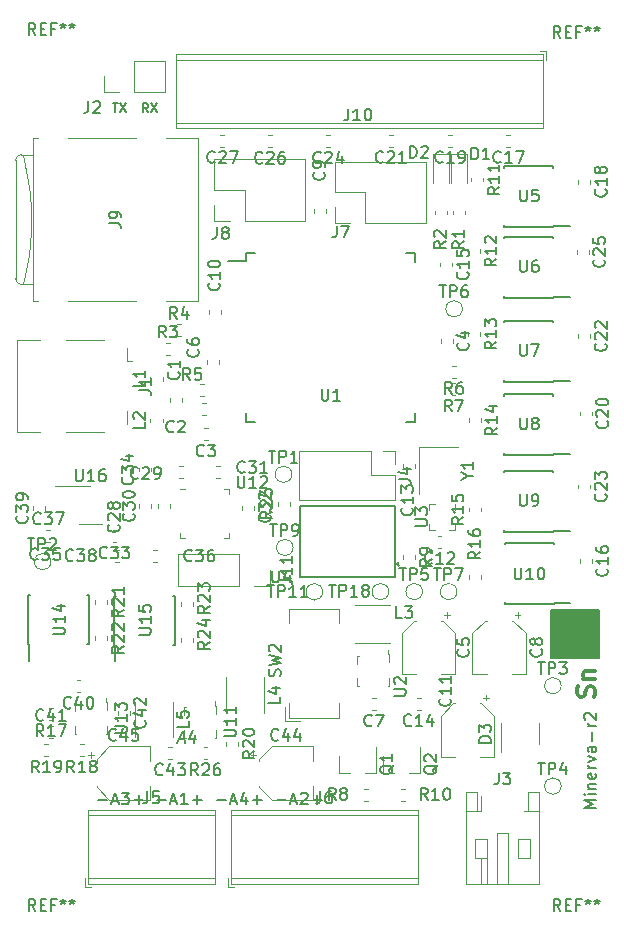
<source format=gbr>
G04 #@! TF.GenerationSoftware,KiCad,Pcbnew,(5.1.2)-1*
G04 #@! TF.CreationDate,2019-06-23T17:44:29+01:00*
G04 #@! TF.ProjectId,daq,6461712e-6b69-4636-9164-5f7063625858,rev?*
G04 #@! TF.SameCoordinates,Original*
G04 #@! TF.FileFunction,Legend,Top*
G04 #@! TF.FilePolarity,Positive*
%FSLAX46Y46*%
G04 Gerber Fmt 4.6, Leading zero omitted, Abs format (unit mm)*
G04 Created by KiCad (PCBNEW (5.1.2)-1) date 2019-06-23 17:44:29*
%MOMM*%
%LPD*%
G04 APERTURE LIST*
%ADD10C,0.150000*%
%ADD11C,0.200000*%
%ADD12C,0.300000*%
%ADD13C,0.120000*%
G04 APERTURE END LIST*
D10*
X67256000Y-112025285D02*
X67006000Y-111668142D01*
X66827428Y-112025285D02*
X66827428Y-111275285D01*
X67113142Y-111275285D01*
X67184571Y-111311000D01*
X67220285Y-111346714D01*
X67256000Y-111418142D01*
X67256000Y-111525285D01*
X67220285Y-111596714D01*
X67184571Y-111632428D01*
X67113142Y-111668142D01*
X66827428Y-111668142D01*
X67506000Y-111275285D02*
X68006000Y-112025285D01*
X68006000Y-111275285D02*
X67506000Y-112025285D01*
X64259571Y-111275285D02*
X64688142Y-111275285D01*
X64473857Y-112025285D02*
X64473857Y-111275285D01*
X64866714Y-111275285D02*
X65366714Y-112025285D01*
X65366714Y-111275285D02*
X64866714Y-112025285D01*
D11*
X78138729Y-170261332D02*
X78900633Y-170261332D01*
X79329205Y-170356570D02*
X79805395Y-170356570D01*
X79233967Y-170642284D02*
X79567300Y-169642284D01*
X79900633Y-170642284D01*
X80186348Y-169737523D02*
X80233967Y-169689904D01*
X80329205Y-169642284D01*
X80567300Y-169642284D01*
X80662538Y-169689904D01*
X80710157Y-169737523D01*
X80757776Y-169832761D01*
X80757776Y-169927999D01*
X80710157Y-170070856D01*
X80138729Y-170642284D01*
X80757776Y-170642284D01*
X81186348Y-170261332D02*
X81948252Y-170261332D01*
X81567300Y-170642284D02*
X81567300Y-169880380D01*
X73058729Y-170261332D02*
X73820633Y-170261332D01*
X74249205Y-170356570D02*
X74725395Y-170356570D01*
X74153967Y-170642284D02*
X74487300Y-169642284D01*
X74820633Y-170642284D01*
X75582538Y-169975618D02*
X75582538Y-170642284D01*
X75344443Y-169594665D02*
X75106348Y-170308951D01*
X75725395Y-170308951D01*
X76106348Y-170261332D02*
X76868252Y-170261332D01*
X76487300Y-170642284D02*
X76487300Y-169880380D01*
X67978729Y-170261332D02*
X68740633Y-170261332D01*
X69169205Y-170356570D02*
X69645395Y-170356570D01*
X69073967Y-170642284D02*
X69407300Y-169642284D01*
X69740633Y-170642284D01*
X70597776Y-170642284D02*
X70026348Y-170642284D01*
X70312062Y-170642284D02*
X70312062Y-169642284D01*
X70216824Y-169785142D01*
X70121586Y-169880380D01*
X70026348Y-169927999D01*
X71026348Y-170261332D02*
X71788252Y-170261332D01*
X71407300Y-170642284D02*
X71407300Y-169880380D01*
X63025729Y-170261332D02*
X63787633Y-170261332D01*
X64216205Y-170356570D02*
X64692395Y-170356570D01*
X64120967Y-170642284D02*
X64454300Y-169642284D01*
X64787633Y-170642284D01*
X65025729Y-169642284D02*
X65644776Y-169642284D01*
X65311443Y-170023237D01*
X65454300Y-170023237D01*
X65549538Y-170070856D01*
X65597157Y-170118475D01*
X65644776Y-170213713D01*
X65644776Y-170451808D01*
X65597157Y-170547046D01*
X65549538Y-170594665D01*
X65454300Y-170642284D01*
X65168586Y-170642284D01*
X65073348Y-170594665D01*
X65025729Y-170547046D01*
X66073348Y-170261332D02*
X66835252Y-170261332D01*
X66454300Y-170642284D02*
X66454300Y-169880380D01*
X69855380Y-165118666D02*
X70331571Y-165118666D01*
X69724428Y-165404380D02*
X70182761Y-164404380D01*
X70391095Y-165404380D01*
X71236333Y-164737714D02*
X71153000Y-165404380D01*
X71045857Y-164356761D02*
X70718476Y-165071047D01*
X71337523Y-165071047D01*
X105183380Y-170936000D02*
X104183380Y-170936000D01*
X104897666Y-170602666D01*
X104183380Y-170269333D01*
X105183380Y-170269333D01*
X105183380Y-169793142D02*
X104516714Y-169793142D01*
X104183380Y-169793142D02*
X104231000Y-169840761D01*
X104278619Y-169793142D01*
X104231000Y-169745523D01*
X104183380Y-169793142D01*
X104278619Y-169793142D01*
X104516714Y-169316952D02*
X105183380Y-169316952D01*
X104611952Y-169316952D02*
X104564333Y-169269333D01*
X104516714Y-169174095D01*
X104516714Y-169031238D01*
X104564333Y-168936000D01*
X104659571Y-168888380D01*
X105183380Y-168888380D01*
X105135761Y-168031238D02*
X105183380Y-168126476D01*
X105183380Y-168316952D01*
X105135761Y-168412190D01*
X105040523Y-168459809D01*
X104659571Y-168459809D01*
X104564333Y-168412190D01*
X104516714Y-168316952D01*
X104516714Y-168126476D01*
X104564333Y-168031238D01*
X104659571Y-167983619D01*
X104754809Y-167983619D01*
X104850047Y-168459809D01*
X105183380Y-167555047D02*
X104516714Y-167555047D01*
X104707190Y-167555047D02*
X104611952Y-167507428D01*
X104564333Y-167459809D01*
X104516714Y-167364571D01*
X104516714Y-167269333D01*
X104516714Y-167031238D02*
X105183380Y-166793142D01*
X104516714Y-166555047D01*
X105183380Y-165745523D02*
X104659571Y-165745523D01*
X104564333Y-165793142D01*
X104516714Y-165888380D01*
X104516714Y-166078857D01*
X104564333Y-166174095D01*
X105135761Y-165745523D02*
X105183380Y-165840761D01*
X105183380Y-166078857D01*
X105135761Y-166174095D01*
X105040523Y-166221714D01*
X104945285Y-166221714D01*
X104850047Y-166174095D01*
X104802428Y-166078857D01*
X104802428Y-165840761D01*
X104754809Y-165745523D01*
X104802428Y-165269333D02*
X104802428Y-164507428D01*
X105183380Y-164031238D02*
X104516714Y-164031238D01*
X104707190Y-164031238D02*
X104611952Y-163983619D01*
X104564333Y-163936000D01*
X104516714Y-163840761D01*
X104516714Y-163745523D01*
X104278619Y-163459809D02*
X104231000Y-163412190D01*
X104183380Y-163316952D01*
X104183380Y-163078857D01*
X104231000Y-162983619D01*
X104278619Y-162936000D01*
X104373857Y-162888380D01*
X104469095Y-162888380D01*
X104611952Y-162936000D01*
X105183380Y-163507428D01*
X105183380Y-162888380D01*
D12*
X105001142Y-161508142D02*
X105072571Y-161293857D01*
X105072571Y-160936714D01*
X105001142Y-160793857D01*
X104929714Y-160722428D01*
X104786857Y-160651000D01*
X104644000Y-160651000D01*
X104501142Y-160722428D01*
X104429714Y-160793857D01*
X104358285Y-160936714D01*
X104286857Y-161222428D01*
X104215428Y-161365285D01*
X104144000Y-161436714D01*
X104001142Y-161508142D01*
X103858285Y-161508142D01*
X103715428Y-161436714D01*
X103644000Y-161365285D01*
X103572571Y-161222428D01*
X103572571Y-160865285D01*
X103644000Y-160651000D01*
X104072571Y-160008142D02*
X105072571Y-160008142D01*
X104215428Y-160008142D02*
X104144000Y-159936714D01*
X104072571Y-159793857D01*
X104072571Y-159579571D01*
X104144000Y-159436714D01*
X104286857Y-159365285D01*
X105072571Y-159365285D01*
D10*
G36*
X105410000Y-158242000D02*
G01*
X101346000Y-158242000D01*
X101346000Y-154178000D01*
X105410000Y-154178000D01*
X105410000Y-158242000D01*
G37*
X105410000Y-158242000D02*
X101346000Y-158242000D01*
X101346000Y-154178000D01*
X105410000Y-154178000D01*
X105410000Y-158242000D01*
D13*
X77561000Y-150786000D02*
X77561000Y-152116000D01*
X77561000Y-152116000D02*
X76231000Y-152116000D01*
X74961000Y-152116000D02*
X69821000Y-152116000D01*
X69821000Y-149456000D02*
X69821000Y-152116000D01*
X74961000Y-149456000D02*
X69821000Y-149456000D01*
X74961000Y-149456000D02*
X74961000Y-152116000D01*
X62431000Y-166176000D02*
X62431000Y-166676000D01*
X62181000Y-166426000D02*
X62681000Y-166426000D01*
X62921000Y-169181563D02*
X63985437Y-170246000D01*
X62921000Y-166790437D02*
X63985437Y-165726000D01*
X62921000Y-166790437D02*
X62921000Y-166926000D01*
X62921000Y-169181563D02*
X62921000Y-169046000D01*
X63985437Y-170246000D02*
X67441000Y-170246000D01*
X63985437Y-165726000D02*
X67441000Y-165726000D01*
X67441000Y-165726000D02*
X67441000Y-166926000D01*
X67441000Y-170246000D02*
X67441000Y-169046000D01*
X76181000Y-166176000D02*
X76181000Y-166676000D01*
X75931000Y-166426000D02*
X76431000Y-166426000D01*
X76671000Y-169181563D02*
X77735437Y-170246000D01*
X76671000Y-166790437D02*
X77735437Y-165726000D01*
X76671000Y-166790437D02*
X76671000Y-166926000D01*
X76671000Y-169181563D02*
X76671000Y-169046000D01*
X77735437Y-170246000D02*
X81191000Y-170246000D01*
X77735437Y-165726000D02*
X81191000Y-165726000D01*
X81191000Y-165726000D02*
X81191000Y-166926000D01*
X81191000Y-170246000D02*
X81191000Y-169046000D01*
X74031000Y-177636000D02*
X74531000Y-177636000D01*
X74031000Y-176896000D02*
X74031000Y-177636000D01*
X90091000Y-171076000D02*
X90091000Y-177396000D01*
X74271000Y-171076000D02*
X74271000Y-177396000D01*
X74271000Y-177396000D02*
X90091000Y-177396000D01*
X74271000Y-171076000D02*
X90091000Y-171076000D01*
X74271000Y-171536000D02*
X90091000Y-171536000D01*
X74271000Y-176836000D02*
X90091000Y-176836000D01*
X61931000Y-177644000D02*
X62431000Y-177644000D01*
X61931000Y-176904000D02*
X61931000Y-177644000D01*
X72911000Y-171084000D02*
X72911000Y-177404000D01*
X62171000Y-171084000D02*
X62171000Y-177404000D01*
X62171000Y-177404000D02*
X72911000Y-177404000D01*
X62171000Y-171084000D02*
X72911000Y-171084000D01*
X62171000Y-171544000D02*
X72911000Y-171544000D01*
X62171000Y-176844000D02*
X72911000Y-176844000D01*
X63781000Y-162661000D02*
X63781000Y-161986000D01*
X63781000Y-161986000D02*
X63681000Y-161986000D01*
X63781000Y-164011000D02*
X63781000Y-164686000D01*
X63781000Y-164686000D02*
X63681000Y-164686000D01*
X61181000Y-162086000D02*
X61081000Y-162086000D01*
X61081000Y-162086000D02*
X61081000Y-162753500D01*
X61081000Y-164011000D02*
X61081000Y-164686000D01*
X61081000Y-164686000D02*
X61181000Y-164686000D01*
X63681000Y-161986000D02*
X63681000Y-161586000D01*
X73031000Y-162961000D02*
X73031000Y-162286000D01*
X73031000Y-162286000D02*
X72931000Y-162286000D01*
X73031000Y-164311000D02*
X73031000Y-164986000D01*
X73031000Y-164986000D02*
X72931000Y-164986000D01*
X70431000Y-162386000D02*
X70331000Y-162386000D01*
X70331000Y-162386000D02*
X70331000Y-163053500D01*
X70331000Y-164311000D02*
X70331000Y-164986000D01*
X70331000Y-164986000D02*
X70431000Y-164986000D01*
X72931000Y-162286000D02*
X72931000Y-161886000D01*
X72281279Y-165776000D02*
X71955721Y-165776000D01*
X72281279Y-166796000D02*
X71955721Y-166796000D01*
X73871000Y-165335721D02*
X73871000Y-165661279D01*
X74891000Y-165335721D02*
X74891000Y-165661279D01*
X58806279Y-165526000D02*
X58480721Y-165526000D01*
X58806279Y-166546000D02*
X58480721Y-166546000D01*
X61793779Y-165526000D02*
X61468221Y-165526000D01*
X61793779Y-166546000D02*
X61468221Y-166546000D01*
X59193779Y-162476000D02*
X58868221Y-162476000D01*
X59193779Y-163496000D02*
X58868221Y-163496000D01*
X66131000Y-161936000D02*
X66131000Y-164936000D01*
X69331000Y-161936000D02*
X69331000Y-164936000D01*
X73881000Y-159886000D02*
X73881000Y-162886000D01*
X77081000Y-159886000D02*
X77081000Y-162886000D01*
X69293779Y-165776000D02*
X68968221Y-165776000D01*
X69293779Y-166796000D02*
X68968221Y-166796000D01*
X64671000Y-162723221D02*
X64671000Y-163048779D01*
X65691000Y-162723221D02*
X65691000Y-163048779D01*
X58868221Y-165046000D02*
X59193779Y-165046000D01*
X58868221Y-164026000D02*
X59193779Y-164026000D01*
X61531279Y-160126000D02*
X61205721Y-160126000D01*
X61531279Y-161146000D02*
X61205721Y-161146000D01*
X79181000Y-162086000D02*
X79181000Y-163286000D01*
X79181000Y-163286000D02*
X83381000Y-163286000D01*
X83381000Y-163286000D02*
X83381000Y-162086000D01*
X79181000Y-155286000D02*
X79181000Y-154086000D01*
X79181000Y-154086000D02*
X83381000Y-154086000D01*
X83381000Y-154086000D02*
X83381000Y-155286000D01*
X78881000Y-162386000D02*
X78881000Y-163586000D01*
X78881000Y-163586000D02*
X80081000Y-163586000D01*
X93410000Y-152619000D02*
G75*
G03X93410000Y-152619000I-700000J0D01*
G01*
X84758400Y-153746400D02*
X87758400Y-153746400D01*
X84758400Y-156946400D02*
X87758400Y-156946400D01*
X86197221Y-161643600D02*
X86522779Y-161643600D01*
X86197221Y-162663600D02*
X86522779Y-162663600D01*
X87574038Y-157941508D02*
X87574038Y-157541508D01*
X84974038Y-160641508D02*
X85074038Y-160641508D01*
X84974038Y-159966508D02*
X84974038Y-160641508D01*
X84974038Y-158041508D02*
X84974038Y-158709008D01*
X85074038Y-158041508D02*
X84974038Y-158041508D01*
X87674038Y-160641508D02*
X87574038Y-160641508D01*
X87674038Y-159966508D02*
X87674038Y-160641508D01*
X87674038Y-157941508D02*
X87574038Y-157941508D01*
X87674038Y-158616508D02*
X87674038Y-157941508D01*
D10*
X75583000Y-124639800D02*
X74058000Y-124639800D01*
X89833000Y-123989800D02*
X89073000Y-123989800D01*
X89833000Y-138239800D02*
X89073000Y-138239800D01*
X75583000Y-138239800D02*
X76343000Y-138239800D01*
X75583000Y-123989800D02*
X76343000Y-123989800D01*
X75583000Y-138239800D02*
X75583000Y-137479800D01*
X89833000Y-138239800D02*
X89833000Y-137479800D01*
X89833000Y-123989800D02*
X89833000Y-124749800D01*
X75583000Y-123989800D02*
X75583000Y-124639800D01*
D13*
X68701000Y-110316000D02*
X68701000Y-107656000D01*
X66101000Y-110316000D02*
X68701000Y-110316000D01*
X66101000Y-107656000D02*
X68701000Y-107656000D01*
X66101000Y-110316000D02*
X66101000Y-107656000D01*
X64831000Y-110316000D02*
X63501000Y-110316000D01*
X63501000Y-110316000D02*
X63501000Y-108986000D01*
X93231000Y-146886000D02*
X93231000Y-147386000D01*
X93231000Y-147386000D02*
X92731000Y-147386000D01*
X92731000Y-147386000D02*
X92731000Y-147386000D01*
X91531000Y-147386000D02*
X91031000Y-147386000D01*
X91031000Y-147386000D02*
X91031000Y-146886000D01*
X91031000Y-146886000D02*
X91031000Y-146886000D01*
X91031000Y-145686000D02*
X91031000Y-145186000D01*
X91031000Y-145186000D02*
X91531000Y-145186000D01*
X91531000Y-145186000D02*
X91531000Y-145186000D01*
X93231000Y-145686000D02*
X93231000Y-145186000D01*
X93231000Y-145186000D02*
X93231000Y-145186000D01*
X90489000Y-152619000D02*
G75*
G03X90489000Y-152619000I-700000J0D01*
G01*
X94421000Y-137935721D02*
X94421000Y-138261279D01*
X95441000Y-137935721D02*
X95441000Y-138261279D01*
X92093779Y-148896000D02*
X91768221Y-148896000D01*
X92093779Y-147876000D02*
X91768221Y-147876000D01*
X93281279Y-134976000D02*
X92955721Y-134976000D01*
X93281279Y-135996000D02*
X92955721Y-135996000D01*
X93306279Y-134496000D02*
X92980721Y-134496000D01*
X93306279Y-133476000D02*
X92980721Y-133476000D01*
X88871000Y-149535721D02*
X88871000Y-149861279D01*
X89891000Y-149535721D02*
X89891000Y-149861279D01*
D10*
X88331000Y-150286000D02*
X88531000Y-150086000D01*
X88531000Y-150486000D02*
X88331000Y-150286000D01*
X88131000Y-151386000D02*
X88131000Y-145386000D01*
X80131000Y-151386000D02*
X88131000Y-151386000D01*
X80131000Y-145386000D02*
X80131000Y-151386000D01*
X88131000Y-145386000D02*
X80131000Y-145386000D01*
D13*
X80071000Y-140726000D02*
X80071000Y-144846000D01*
X86131000Y-140726000D02*
X80071000Y-140726000D01*
X88191000Y-144846000D02*
X80071000Y-144846000D01*
X86131000Y-140726000D02*
X86131000Y-142786000D01*
X86131000Y-142786000D02*
X88191000Y-142786000D01*
X88191000Y-142786000D02*
X88191000Y-144846000D01*
X87131000Y-140726000D02*
X88191000Y-140726000D01*
X88191000Y-140726000D02*
X88191000Y-141786000D01*
X78221000Y-145361279D02*
X78221000Y-145035721D01*
X79241000Y-145361279D02*
X79241000Y-145035721D01*
D10*
X101566800Y-134832800D02*
X101566800Y-134782800D01*
X97416800Y-134832800D02*
X97416800Y-134687800D01*
X97416800Y-129682800D02*
X97416800Y-129827800D01*
X101566800Y-129682800D02*
X101566800Y-129827800D01*
X101566800Y-134832800D02*
X97416800Y-134832800D01*
X101566800Y-129682800D02*
X97416800Y-129682800D01*
X101566800Y-134782800D02*
X102966800Y-134782800D01*
X101566800Y-141005800D02*
X102966800Y-141005800D01*
X101566800Y-135905800D02*
X97416800Y-135905800D01*
X101566800Y-141055800D02*
X97416800Y-141055800D01*
X101566800Y-135905800D02*
X101566800Y-136050800D01*
X97416800Y-135905800D02*
X97416800Y-136050800D01*
X97416800Y-141055800D02*
X97416800Y-140910800D01*
X101566800Y-141055800D02*
X101566800Y-141005800D01*
X101566800Y-121751800D02*
X101566800Y-121701800D01*
X97416800Y-121751800D02*
X97416800Y-121606800D01*
X97416800Y-116601800D02*
X97416800Y-116746800D01*
X101566800Y-116601800D02*
X101566800Y-116746800D01*
X101566800Y-121751800D02*
X97416800Y-121751800D01*
X101566800Y-116601800D02*
X97416800Y-116601800D01*
X101566800Y-121701800D02*
X102966800Y-121701800D01*
D13*
X95379000Y-130647221D02*
X95379000Y-130972779D01*
X94359000Y-130647221D02*
X94359000Y-130972779D01*
X95441000Y-145836279D02*
X95441000Y-145510721D01*
X94421000Y-145836279D02*
X94421000Y-145510721D01*
X94422500Y-151546779D02*
X94422500Y-151221221D01*
X95442500Y-151546779D02*
X95442500Y-151221221D01*
X94359000Y-123624221D02*
X94359000Y-123949779D01*
X95379000Y-123624221D02*
X95379000Y-123949779D01*
X95633000Y-117566221D02*
X95633000Y-117891779D01*
X94613000Y-117566221D02*
X94613000Y-117891779D01*
X100670800Y-107636000D02*
X69609800Y-107636000D01*
X100670800Y-112936000D02*
X69609800Y-112936000D01*
X100670800Y-113396000D02*
X69609800Y-113396000D01*
X100670800Y-107076000D02*
X69609800Y-107076000D01*
X100670800Y-113396000D02*
X100670800Y-107076000D01*
X69609800Y-113396000D02*
X69609800Y-107076000D01*
X100910800Y-107576000D02*
X100910800Y-106836000D01*
X100910800Y-106836000D02*
X100410800Y-106836000D01*
X77734279Y-113980500D02*
X77408721Y-113980500D01*
X77734279Y-115000500D02*
X77408721Y-115000500D01*
X97914779Y-113917000D02*
X97589221Y-113917000D01*
X97914779Y-114937000D02*
X97589221Y-114937000D01*
X92999779Y-114937000D02*
X92674221Y-114937000D01*
X92999779Y-113917000D02*
X92674221Y-113917000D01*
X87957779Y-113917000D02*
X87632221Y-113917000D01*
X87957779Y-114937000D02*
X87632221Y-114937000D01*
X82687279Y-114996000D02*
X82361721Y-114996000D01*
X82687279Y-113976000D02*
X82361721Y-113976000D01*
X73695779Y-114937000D02*
X73370221Y-114937000D01*
X73695779Y-113917000D02*
X73370221Y-113917000D01*
X63378118Y-146933858D02*
X61378118Y-146933858D01*
X62378118Y-143693858D02*
X59378118Y-143693858D01*
X67655721Y-149076000D02*
X67981279Y-149076000D01*
X67655721Y-150096000D02*
X67981279Y-150096000D01*
X79431000Y-142686000D02*
G75*
G03X79431000Y-142686000I-700000J0D01*
G01*
X79531000Y-148886000D02*
G75*
G03X79531000Y-148886000I-700000J0D01*
G01*
X64572897Y-147407358D02*
X64247339Y-147407358D01*
X64572897Y-148427358D02*
X64247339Y-148427358D01*
X66482500Y-142440779D02*
X66482500Y-142115221D01*
X67502500Y-142440779D02*
X67502500Y-142115221D01*
X58638221Y-148401500D02*
X58963779Y-148401500D01*
X58638221Y-147381500D02*
X58963779Y-147381500D01*
X57550118Y-145730637D02*
X57550118Y-145405079D01*
X58570118Y-145730637D02*
X58570118Y-145405079D01*
X87127000Y-167977600D02*
X88057000Y-167977600D01*
X90287000Y-167977600D02*
X89357000Y-167977600D01*
X90287000Y-167977600D02*
X90287000Y-165817600D01*
X87127000Y-167977600D02*
X87127000Y-166517600D01*
X83383000Y-167977600D02*
X83383000Y-166517600D01*
X86543000Y-167977600D02*
X86543000Y-165817600D01*
X86543000Y-167977600D02*
X85613000Y-167977600D01*
X83383000Y-167977600D02*
X84313000Y-167977600D01*
X68747321Y-132590000D02*
X69072879Y-132590000D01*
X68747321Y-131570000D02*
X69072879Y-131570000D01*
X56738200Y-116111400D02*
X56638200Y-115611400D01*
X57038200Y-117411400D02*
X56738200Y-116111400D01*
X57238200Y-118911400D02*
X57038200Y-117411400D01*
X57338200Y-120211400D02*
X57238200Y-118911400D01*
X57338200Y-122011400D02*
X57338200Y-120211400D01*
X57238200Y-123311400D02*
X57338200Y-122011400D01*
X57138200Y-124111400D02*
X57238200Y-123311400D01*
X56838200Y-125811400D02*
X57138200Y-124111400D01*
X56638200Y-126611400D02*
X56838200Y-125811400D01*
X56038200Y-126111400D02*
X56038200Y-116111400D01*
X57538200Y-126611400D02*
X56538200Y-126611400D01*
X57538200Y-115611400D02*
X56538200Y-115611400D01*
X57538200Y-128021400D02*
X57538200Y-114201400D01*
X71458200Y-114201400D02*
X71458200Y-128021400D01*
X68758200Y-114201400D02*
X71458200Y-114201400D01*
X57538200Y-114201400D02*
X57938200Y-114201400D01*
X60458200Y-114201400D02*
X66238200Y-114201400D01*
X68758200Y-128021400D02*
X71458200Y-128021400D01*
X60458200Y-128021400D02*
X66238200Y-128021400D01*
X57538200Y-128021400D02*
X57938200Y-128021400D01*
X56538200Y-115611400D02*
G75*
G03X56038200Y-116111400I0J-500000D01*
G01*
X56038200Y-126111400D02*
G75*
G03X56538200Y-126611400I500000J0D01*
G01*
X56147400Y-139134600D02*
X56147400Y-131314600D01*
X65467400Y-133114600D02*
X65897400Y-133114600D01*
X56147400Y-139134600D02*
X58097400Y-139134600D01*
X60317400Y-139134600D02*
X63547400Y-139134600D01*
X65467400Y-137334600D02*
X65467400Y-138414600D01*
X65467400Y-132034600D02*
X65467400Y-133114600D01*
X60317400Y-131314600D02*
X63547400Y-131314600D01*
X56147400Y-131314600D02*
X58097400Y-131314600D01*
X93532200Y-140349400D02*
X90232200Y-140349400D01*
X90232200Y-140349400D02*
X90232200Y-144349400D01*
X82031000Y-152636000D02*
G75*
G03X82031000Y-152636000I-700000J0D01*
G01*
X59031000Y-150086000D02*
G75*
G03X59031000Y-150086000I-700000J0D01*
G01*
X102231000Y-160586000D02*
G75*
G03X102231000Y-160586000I-700000J0D01*
G01*
X102231000Y-169086000D02*
G75*
G03X102231000Y-169086000I-700000J0D01*
G01*
X93867200Y-128676400D02*
G75*
G03X93867200Y-128676400I-700000J0D01*
G01*
X87631000Y-152619000D02*
G75*
G03X87631000Y-152619000I-700000J0D01*
G01*
X100339800Y-165560400D02*
X100339800Y-163760400D01*
X97119800Y-163760400D02*
X97119800Y-166210400D01*
X69712521Y-129969800D02*
X70038079Y-129969800D01*
X69712521Y-130989800D02*
X70038079Y-130989800D01*
X70399400Y-143889200D02*
X69924400Y-143889200D01*
X74144400Y-148109200D02*
X74144400Y-147634200D01*
X73669400Y-148109200D02*
X74144400Y-148109200D01*
X69924400Y-148109200D02*
X69924400Y-147634200D01*
X70399400Y-148109200D02*
X69924400Y-148109200D01*
X74144400Y-143889200D02*
X74144400Y-144364200D01*
X73669400Y-143889200D02*
X74144400Y-143889200D01*
X69115400Y-145201521D02*
X69115400Y-145527079D01*
X68095400Y-145201521D02*
X68095400Y-145527079D01*
X73014721Y-143004000D02*
X73340279Y-143004000D01*
X73014721Y-141984000D02*
X73340279Y-141984000D01*
X75182000Y-145679279D02*
X75182000Y-145353721D01*
X76202000Y-145679279D02*
X76202000Y-145353721D01*
X69915721Y-141984000D02*
X70241279Y-141984000D01*
X69915721Y-143004000D02*
X70241279Y-143004000D01*
X92914000Y-115536000D02*
X92914000Y-118021000D01*
X94284000Y-115536000D02*
X92914000Y-115536000D01*
X94284000Y-118021000D02*
X94284000Y-115536000D01*
X92709200Y-118021000D02*
X92709200Y-115536000D01*
X92709200Y-115536000D02*
X91339200Y-115536000D01*
X91339200Y-115536000D02*
X91339200Y-118021000D01*
X92534200Y-120685779D02*
X92534200Y-120360221D01*
X91514200Y-120685779D02*
X91514200Y-120360221D01*
X93089000Y-120685779D02*
X93089000Y-120360221D01*
X94109000Y-120685779D02*
X94109000Y-120360221D01*
X61381321Y-149963600D02*
X61706879Y-149963600D01*
X61381321Y-148943600D02*
X61706879Y-148943600D01*
X64468221Y-150096000D02*
X64793779Y-150096000D01*
X64468221Y-149076000D02*
X64793779Y-149076000D01*
X66469800Y-145226821D02*
X66469800Y-145552379D01*
X67489800Y-145226821D02*
X67489800Y-145552379D01*
X88748200Y-159587600D02*
X89948200Y-159587600D01*
X93268200Y-159587600D02*
X92068200Y-159587600D01*
X93268200Y-156132037D02*
X93268200Y-159587600D01*
X88748200Y-156132037D02*
X88748200Y-159587600D01*
X89812637Y-155067600D02*
X89948200Y-155067600D01*
X92203763Y-155067600D02*
X92068200Y-155067600D01*
X92203763Y-155067600D02*
X93268200Y-156132037D01*
X89812637Y-155067600D02*
X88748200Y-156132037D01*
X92568200Y-154327600D02*
X92568200Y-154827600D01*
X92818200Y-154577600D02*
X92318200Y-154577600D01*
X98787200Y-154577600D02*
X98287200Y-154577600D01*
X98537200Y-154327600D02*
X98537200Y-154827600D01*
X95781637Y-155067600D02*
X94717200Y-156132037D01*
X98172763Y-155067600D02*
X99237200Y-156132037D01*
X98172763Y-155067600D02*
X98037200Y-155067600D01*
X95781637Y-155067600D02*
X95917200Y-155067600D01*
X94717200Y-156132037D02*
X94717200Y-159587600D01*
X99237200Y-156132037D02*
X99237200Y-159587600D01*
X99237200Y-159587600D02*
X98037200Y-159587600D01*
X94717200Y-159587600D02*
X95917200Y-159587600D01*
X92024800Y-166594600D02*
X93224800Y-166594600D01*
X96544800Y-166594600D02*
X95344800Y-166594600D01*
X96544800Y-163139037D02*
X96544800Y-166594600D01*
X92024800Y-163139037D02*
X92024800Y-166594600D01*
X93089237Y-162074600D02*
X93224800Y-162074600D01*
X95480363Y-162074600D02*
X95344800Y-162074600D01*
X95480363Y-162074600D02*
X96544800Y-163139037D01*
X93089237Y-162074600D02*
X92024800Y-163139037D01*
X95844800Y-161334600D02*
X95844800Y-161834600D01*
X96094800Y-161584600D02*
X95594800Y-161584600D01*
X73255600Y-132984021D02*
X73255600Y-133309579D01*
X72235600Y-132984021D02*
X72235600Y-133309579D01*
X82298000Y-120533279D02*
X82298000Y-120207721D01*
X81278000Y-120533279D02*
X81278000Y-120207721D01*
X73408000Y-128792921D02*
X73408000Y-129118479D01*
X72388000Y-128792921D02*
X72388000Y-129118479D01*
X88821000Y-141835721D02*
X88821000Y-142161279D01*
X89841000Y-141835721D02*
X89841000Y-142161279D01*
X93016800Y-124754421D02*
X93016800Y-125079979D01*
X91996800Y-124754421D02*
X91996800Y-125079979D01*
X92021000Y-131223221D02*
X92021000Y-131548779D01*
X93041000Y-131223221D02*
X93041000Y-131548779D01*
X90332779Y-162638200D02*
X90007221Y-162638200D01*
X90332779Y-161618200D02*
X90007221Y-161618200D01*
X72324079Y-139803600D02*
X71998521Y-139803600D01*
X72324079Y-138783600D02*
X71998521Y-138783600D01*
X72146379Y-136650000D02*
X71820821Y-136650000D01*
X72146379Y-137670000D02*
X71820821Y-137670000D01*
X69086000Y-136535279D02*
X69086000Y-136209721D01*
X70106000Y-136535279D02*
X70106000Y-136209721D01*
X68480400Y-134757479D02*
X68480400Y-134431921D01*
X67460400Y-134757479D02*
X67460400Y-134431921D01*
X67460400Y-138287979D02*
X67460400Y-137962421D01*
X68480400Y-138287979D02*
X68480400Y-137962421D01*
X72019279Y-136095200D02*
X71693721Y-136095200D01*
X72019279Y-135075200D02*
X71693721Y-135075200D01*
X85837079Y-169314400D02*
X85511521Y-169314400D01*
X85837079Y-170334400D02*
X85511521Y-170334400D01*
X89037279Y-170334400D02*
X88711721Y-170334400D01*
X89037279Y-169314400D02*
X88711721Y-169314400D01*
X90788800Y-121421200D02*
X90788800Y-116221200D01*
X85648800Y-121421200D02*
X90788800Y-121421200D01*
X83048800Y-116221200D02*
X90788800Y-116221200D01*
X85648800Y-121421200D02*
X85648800Y-118821200D01*
X85648800Y-118821200D02*
X83048800Y-118821200D01*
X83048800Y-118821200D02*
X83048800Y-116221200D01*
X84378800Y-121421200D02*
X83048800Y-121421200D01*
X83048800Y-121421200D02*
X83048800Y-120091200D01*
X71097000Y-156570721D02*
X71097000Y-156896279D01*
X70077000Y-156570721D02*
X70077000Y-156896279D01*
X70077000Y-153522721D02*
X70077000Y-153848279D01*
X71097000Y-153522721D02*
X71097000Y-153848279D01*
X63818000Y-156416721D02*
X63818000Y-156742279D01*
X62798000Y-156416721D02*
X62798000Y-156742279D01*
X62798000Y-153330721D02*
X62798000Y-153656279D01*
X63818000Y-153330721D02*
X63818000Y-153656279D01*
X95406000Y-171176000D02*
X95126000Y-171176000D01*
X95126000Y-171176000D02*
X95126000Y-169576000D01*
X95126000Y-169576000D02*
X94206000Y-169576000D01*
X94206000Y-169576000D02*
X94206000Y-177396000D01*
X94206000Y-177396000D02*
X100326000Y-177396000D01*
X100326000Y-177396000D02*
X100326000Y-169576000D01*
X100326000Y-169576000D02*
X99406000Y-169576000D01*
X99406000Y-169576000D02*
X99406000Y-171176000D01*
X99406000Y-171176000D02*
X99126000Y-171176000D01*
X96766000Y-177396000D02*
X96766000Y-173036000D01*
X96766000Y-173036000D02*
X97766000Y-173036000D01*
X97766000Y-173036000D02*
X97766000Y-177396000D01*
X94206000Y-171176000D02*
X95126000Y-171176000D01*
X100326000Y-171176000D02*
X99406000Y-171176000D01*
X94966000Y-173536000D02*
X94966000Y-175136000D01*
X94966000Y-175136000D02*
X95966000Y-175136000D01*
X95966000Y-175136000D02*
X95966000Y-173536000D01*
X95966000Y-173536000D02*
X94966000Y-173536000D01*
X99566000Y-173536000D02*
X99566000Y-175136000D01*
X99566000Y-175136000D02*
X98566000Y-175136000D01*
X98566000Y-175136000D02*
X98566000Y-173536000D01*
X98566000Y-173536000D02*
X99566000Y-173536000D01*
X95966000Y-175136000D02*
X95966000Y-177396000D01*
X95466000Y-175136000D02*
X95466000Y-177396000D01*
X95406000Y-171176000D02*
X95406000Y-169961000D01*
D10*
X57163500Y-157067000D02*
X57163500Y-158467000D01*
X62263500Y-157067000D02*
X62263500Y-152917000D01*
X57113500Y-157067000D02*
X57113500Y-152917000D01*
X62263500Y-157067000D02*
X62118500Y-157067000D01*
X62263500Y-152917000D02*
X62118500Y-152917000D01*
X57113500Y-152917000D02*
X57258500Y-152917000D01*
X57113500Y-157067000D02*
X57163500Y-157067000D01*
X64392500Y-157124500D02*
X64442500Y-157124500D01*
X64392500Y-152974500D02*
X64537500Y-152974500D01*
X69542500Y-152974500D02*
X69397500Y-152974500D01*
X69542500Y-157124500D02*
X69397500Y-157124500D01*
X64392500Y-157124500D02*
X64392500Y-152974500D01*
X69542500Y-157124500D02*
X69542500Y-152974500D01*
X64442500Y-157124500D02*
X64442500Y-158524500D01*
D13*
X80578000Y-121218000D02*
X80578000Y-116018000D01*
X75438000Y-121218000D02*
X80578000Y-121218000D01*
X72838000Y-116018000D02*
X80578000Y-116018000D01*
X75438000Y-121218000D02*
X75438000Y-118618000D01*
X75438000Y-118618000D02*
X72838000Y-118618000D01*
X72838000Y-118618000D02*
X72838000Y-116018000D01*
X74168000Y-121218000D02*
X72838000Y-121218000D01*
X72838000Y-121218000D02*
X72838000Y-119888000D01*
X104700800Y-143550521D02*
X104700800Y-143876079D01*
X103680800Y-143550521D02*
X103680800Y-143876079D01*
X104827800Y-149875021D02*
X104827800Y-150200579D01*
X103807800Y-149875021D02*
X103807800Y-150200579D01*
X103680800Y-117744021D02*
X103680800Y-118069579D01*
X104700800Y-117744021D02*
X104700800Y-118069579D01*
X104840500Y-137378221D02*
X104840500Y-137703779D01*
X103820500Y-137378221D02*
X103820500Y-137703779D01*
X103680800Y-130825021D02*
X103680800Y-131150579D01*
X104700800Y-130825021D02*
X104700800Y-131150579D01*
X104573800Y-123713021D02*
X104573800Y-124038579D01*
X103553800Y-123713021D02*
X103553800Y-124038579D01*
D10*
X101566800Y-147532800D02*
X101566800Y-147482800D01*
X97416800Y-147532800D02*
X97416800Y-147387800D01*
X97416800Y-142382800D02*
X97416800Y-142527800D01*
X101566800Y-142382800D02*
X101566800Y-142527800D01*
X101566800Y-147532800D02*
X97416800Y-147532800D01*
X101566800Y-142382800D02*
X97416800Y-142382800D01*
X101566800Y-147482800D02*
X102966800Y-147482800D01*
X101599800Y-153578800D02*
X102999800Y-153578800D01*
X101599800Y-148478800D02*
X97449800Y-148478800D01*
X101599800Y-153628800D02*
X97449800Y-153628800D01*
X101599800Y-148478800D02*
X101599800Y-148623800D01*
X97449800Y-148478800D02*
X97449800Y-148623800D01*
X97449800Y-153628800D02*
X97449800Y-153483800D01*
X101599800Y-153628800D02*
X101599800Y-153578800D01*
X101566800Y-127670800D02*
X102966800Y-127670800D01*
X101566800Y-122570800D02*
X97416800Y-122570800D01*
X101566800Y-127720800D02*
X97416800Y-127720800D01*
X101566800Y-122570800D02*
X101566800Y-122715800D01*
X97416800Y-122570800D02*
X97416800Y-122715800D01*
X97416800Y-127720800D02*
X97416800Y-127575800D01*
X101566800Y-127720800D02*
X101566800Y-127670800D01*
X78453380Y-151595523D02*
X79167666Y-151595523D01*
X79310523Y-151643142D01*
X79405761Y-151738380D01*
X79453380Y-151881238D01*
X79453380Y-151976476D01*
X79453380Y-150595523D02*
X79453380Y-151166952D01*
X79453380Y-150881238D02*
X78453380Y-150881238D01*
X78596238Y-150976476D01*
X78691476Y-151071714D01*
X78739095Y-151166952D01*
X79453380Y-149643142D02*
X79453380Y-150214571D01*
X79453380Y-149928857D02*
X78453380Y-149928857D01*
X78596238Y-150024095D01*
X78691476Y-150119333D01*
X78739095Y-150214571D01*
X64538142Y-165143142D02*
X64490523Y-165190761D01*
X64347666Y-165238380D01*
X64252428Y-165238380D01*
X64109571Y-165190761D01*
X64014333Y-165095523D01*
X63966714Y-165000285D01*
X63919095Y-164809809D01*
X63919095Y-164666952D01*
X63966714Y-164476476D01*
X64014333Y-164381238D01*
X64109571Y-164286000D01*
X64252428Y-164238380D01*
X64347666Y-164238380D01*
X64490523Y-164286000D01*
X64538142Y-164333619D01*
X65395285Y-164571714D02*
X65395285Y-165238380D01*
X65157190Y-164190761D02*
X64919095Y-164905047D01*
X65538142Y-164905047D01*
X66395285Y-164238380D02*
X65919095Y-164238380D01*
X65871476Y-164714571D01*
X65919095Y-164666952D01*
X66014333Y-164619333D01*
X66252428Y-164619333D01*
X66347666Y-164666952D01*
X66395285Y-164714571D01*
X66442904Y-164809809D01*
X66442904Y-165047904D01*
X66395285Y-165143142D01*
X66347666Y-165190761D01*
X66252428Y-165238380D01*
X66014333Y-165238380D01*
X65919095Y-165190761D01*
X65871476Y-165143142D01*
X78288142Y-165143142D02*
X78240523Y-165190761D01*
X78097666Y-165238380D01*
X78002428Y-165238380D01*
X77859571Y-165190761D01*
X77764333Y-165095523D01*
X77716714Y-165000285D01*
X77669095Y-164809809D01*
X77669095Y-164666952D01*
X77716714Y-164476476D01*
X77764333Y-164381238D01*
X77859571Y-164286000D01*
X78002428Y-164238380D01*
X78097666Y-164238380D01*
X78240523Y-164286000D01*
X78288142Y-164333619D01*
X79145285Y-164571714D02*
X79145285Y-165238380D01*
X78907190Y-164190761D02*
X78669095Y-164905047D01*
X79288142Y-164905047D01*
X80097666Y-164571714D02*
X80097666Y-165238380D01*
X79859571Y-164190761D02*
X79621476Y-164905047D01*
X80240523Y-164905047D01*
X81847666Y-169528380D02*
X81847666Y-170242666D01*
X81800047Y-170385523D01*
X81704809Y-170480761D01*
X81561952Y-170528380D01*
X81466714Y-170528380D01*
X82752428Y-169528380D02*
X82561952Y-169528380D01*
X82466714Y-169576000D01*
X82419095Y-169623619D01*
X82323857Y-169766476D01*
X82276238Y-169956952D01*
X82276238Y-170337904D01*
X82323857Y-170433142D01*
X82371476Y-170480761D01*
X82466714Y-170528380D01*
X82657190Y-170528380D01*
X82752428Y-170480761D01*
X82800047Y-170433142D01*
X82847666Y-170337904D01*
X82847666Y-170099809D01*
X82800047Y-170004571D01*
X82752428Y-169956952D01*
X82657190Y-169909333D01*
X82466714Y-169909333D01*
X82371476Y-169956952D01*
X82323857Y-170004571D01*
X82276238Y-170099809D01*
X67207666Y-169536380D02*
X67207666Y-170250666D01*
X67160047Y-170393523D01*
X67064809Y-170488761D01*
X66921952Y-170536380D01*
X66826714Y-170536380D01*
X68160047Y-169536380D02*
X67683857Y-169536380D01*
X67636238Y-170012571D01*
X67683857Y-169964952D01*
X67779095Y-169917333D01*
X68017190Y-169917333D01*
X68112428Y-169964952D01*
X68160047Y-170012571D01*
X68207666Y-170107809D01*
X68207666Y-170345904D01*
X68160047Y-170441142D01*
X68112428Y-170488761D01*
X68017190Y-170536380D01*
X67779095Y-170536380D01*
X67683857Y-170488761D01*
X67636238Y-170441142D01*
X64433380Y-164574095D02*
X65242904Y-164574095D01*
X65338142Y-164526476D01*
X65385761Y-164478857D01*
X65433380Y-164383619D01*
X65433380Y-164193142D01*
X65385761Y-164097904D01*
X65338142Y-164050285D01*
X65242904Y-164002666D01*
X64433380Y-164002666D01*
X65433380Y-163002666D02*
X65433380Y-163574095D01*
X65433380Y-163288380D02*
X64433380Y-163288380D01*
X64576238Y-163383619D01*
X64671476Y-163478857D01*
X64719095Y-163574095D01*
X64433380Y-162669333D02*
X64433380Y-162050285D01*
X64814333Y-162383619D01*
X64814333Y-162240761D01*
X64861952Y-162145523D01*
X64909571Y-162097904D01*
X65004809Y-162050285D01*
X65242904Y-162050285D01*
X65338142Y-162097904D01*
X65385761Y-162145523D01*
X65433380Y-162240761D01*
X65433380Y-162526476D01*
X65385761Y-162621714D01*
X65338142Y-162669333D01*
X73683380Y-164874095D02*
X74492904Y-164874095D01*
X74588142Y-164826476D01*
X74635761Y-164778857D01*
X74683380Y-164683619D01*
X74683380Y-164493142D01*
X74635761Y-164397904D01*
X74588142Y-164350285D01*
X74492904Y-164302666D01*
X73683380Y-164302666D01*
X74683380Y-163302666D02*
X74683380Y-163874095D01*
X74683380Y-163588380D02*
X73683380Y-163588380D01*
X73826238Y-163683619D01*
X73921476Y-163778857D01*
X73969095Y-163874095D01*
X74683380Y-162350285D02*
X74683380Y-162921714D01*
X74683380Y-162636000D02*
X73683380Y-162636000D01*
X73826238Y-162731238D01*
X73921476Y-162826476D01*
X73969095Y-162921714D01*
X71475642Y-168168380D02*
X71142309Y-167692190D01*
X70904214Y-168168380D02*
X70904214Y-167168380D01*
X71285166Y-167168380D01*
X71380404Y-167216000D01*
X71428023Y-167263619D01*
X71475642Y-167358857D01*
X71475642Y-167501714D01*
X71428023Y-167596952D01*
X71380404Y-167644571D01*
X71285166Y-167692190D01*
X70904214Y-167692190D01*
X71856595Y-167263619D02*
X71904214Y-167216000D01*
X71999452Y-167168380D01*
X72237547Y-167168380D01*
X72332785Y-167216000D01*
X72380404Y-167263619D01*
X72428023Y-167358857D01*
X72428023Y-167454095D01*
X72380404Y-167596952D01*
X71808976Y-168168380D01*
X72428023Y-168168380D01*
X73285166Y-167168380D02*
X73094690Y-167168380D01*
X72999452Y-167216000D01*
X72951833Y-167263619D01*
X72856595Y-167406476D01*
X72808976Y-167596952D01*
X72808976Y-167977904D01*
X72856595Y-168073142D01*
X72904214Y-168120761D01*
X72999452Y-168168380D01*
X73189928Y-168168380D01*
X73285166Y-168120761D01*
X73332785Y-168073142D01*
X73380404Y-167977904D01*
X73380404Y-167739809D01*
X73332785Y-167644571D01*
X73285166Y-167596952D01*
X73189928Y-167549333D01*
X72999452Y-167549333D01*
X72904214Y-167596952D01*
X72856595Y-167644571D01*
X72808976Y-167739809D01*
X76263380Y-166141357D02*
X75787190Y-166474690D01*
X76263380Y-166712785D02*
X75263380Y-166712785D01*
X75263380Y-166331833D01*
X75311000Y-166236595D01*
X75358619Y-166188976D01*
X75453857Y-166141357D01*
X75596714Y-166141357D01*
X75691952Y-166188976D01*
X75739571Y-166236595D01*
X75787190Y-166331833D01*
X75787190Y-166712785D01*
X75358619Y-165760404D02*
X75311000Y-165712785D01*
X75263380Y-165617547D01*
X75263380Y-165379452D01*
X75311000Y-165284214D01*
X75358619Y-165236595D01*
X75453857Y-165188976D01*
X75549095Y-165188976D01*
X75691952Y-165236595D01*
X76263380Y-165808023D01*
X76263380Y-165188976D01*
X75263380Y-164569928D02*
X75263380Y-164474690D01*
X75311000Y-164379452D01*
X75358619Y-164331833D01*
X75453857Y-164284214D01*
X75644333Y-164236595D01*
X75882428Y-164236595D01*
X76072904Y-164284214D01*
X76168142Y-164331833D01*
X76215761Y-164379452D01*
X76263380Y-164474690D01*
X76263380Y-164569928D01*
X76215761Y-164665166D01*
X76168142Y-164712785D01*
X76072904Y-164760404D01*
X75882428Y-164808023D01*
X75644333Y-164808023D01*
X75453857Y-164760404D01*
X75358619Y-164712785D01*
X75311000Y-164665166D01*
X75263380Y-164569928D01*
X58000642Y-167918380D02*
X57667309Y-167442190D01*
X57429214Y-167918380D02*
X57429214Y-166918380D01*
X57810166Y-166918380D01*
X57905404Y-166966000D01*
X57953023Y-167013619D01*
X58000642Y-167108857D01*
X58000642Y-167251714D01*
X57953023Y-167346952D01*
X57905404Y-167394571D01*
X57810166Y-167442190D01*
X57429214Y-167442190D01*
X58953023Y-167918380D02*
X58381595Y-167918380D01*
X58667309Y-167918380D02*
X58667309Y-166918380D01*
X58572071Y-167061238D01*
X58476833Y-167156476D01*
X58381595Y-167204095D01*
X59429214Y-167918380D02*
X59619690Y-167918380D01*
X59714928Y-167870761D01*
X59762547Y-167823142D01*
X59857785Y-167680285D01*
X59905404Y-167489809D01*
X59905404Y-167108857D01*
X59857785Y-167013619D01*
X59810166Y-166966000D01*
X59714928Y-166918380D01*
X59524452Y-166918380D01*
X59429214Y-166966000D01*
X59381595Y-167013619D01*
X59333976Y-167108857D01*
X59333976Y-167346952D01*
X59381595Y-167442190D01*
X59429214Y-167489809D01*
X59524452Y-167537428D01*
X59714928Y-167537428D01*
X59810166Y-167489809D01*
X59857785Y-167442190D01*
X59905404Y-167346952D01*
X60988142Y-167918380D02*
X60654809Y-167442190D01*
X60416714Y-167918380D02*
X60416714Y-166918380D01*
X60797666Y-166918380D01*
X60892904Y-166966000D01*
X60940523Y-167013619D01*
X60988142Y-167108857D01*
X60988142Y-167251714D01*
X60940523Y-167346952D01*
X60892904Y-167394571D01*
X60797666Y-167442190D01*
X60416714Y-167442190D01*
X61940523Y-167918380D02*
X61369095Y-167918380D01*
X61654809Y-167918380D02*
X61654809Y-166918380D01*
X61559571Y-167061238D01*
X61464333Y-167156476D01*
X61369095Y-167204095D01*
X62511952Y-167346952D02*
X62416714Y-167299333D01*
X62369095Y-167251714D01*
X62321476Y-167156476D01*
X62321476Y-167108857D01*
X62369095Y-167013619D01*
X62416714Y-166966000D01*
X62511952Y-166918380D01*
X62702428Y-166918380D01*
X62797666Y-166966000D01*
X62845285Y-167013619D01*
X62892904Y-167108857D01*
X62892904Y-167156476D01*
X62845285Y-167251714D01*
X62797666Y-167299333D01*
X62702428Y-167346952D01*
X62511952Y-167346952D01*
X62416714Y-167394571D01*
X62369095Y-167442190D01*
X62321476Y-167537428D01*
X62321476Y-167727904D01*
X62369095Y-167823142D01*
X62416714Y-167870761D01*
X62511952Y-167918380D01*
X62702428Y-167918380D01*
X62797666Y-167870761D01*
X62845285Y-167823142D01*
X62892904Y-167727904D01*
X62892904Y-167537428D01*
X62845285Y-167442190D01*
X62797666Y-167394571D01*
X62702428Y-167346952D01*
X58388142Y-164868380D02*
X58054809Y-164392190D01*
X57816714Y-164868380D02*
X57816714Y-163868380D01*
X58197666Y-163868380D01*
X58292904Y-163916000D01*
X58340523Y-163963619D01*
X58388142Y-164058857D01*
X58388142Y-164201714D01*
X58340523Y-164296952D01*
X58292904Y-164344571D01*
X58197666Y-164392190D01*
X57816714Y-164392190D01*
X59340523Y-164868380D02*
X58769095Y-164868380D01*
X59054809Y-164868380D02*
X59054809Y-163868380D01*
X58959571Y-164011238D01*
X58864333Y-164106476D01*
X58769095Y-164154095D01*
X59673857Y-163868380D02*
X60340523Y-163868380D01*
X59911952Y-164868380D01*
X70683380Y-163602666D02*
X70683380Y-164078857D01*
X69683380Y-164078857D01*
X69683380Y-162793142D02*
X69683380Y-163269333D01*
X70159571Y-163316952D01*
X70111952Y-163269333D01*
X70064333Y-163174095D01*
X70064333Y-162936000D01*
X70111952Y-162840761D01*
X70159571Y-162793142D01*
X70254809Y-162745523D01*
X70492904Y-162745523D01*
X70588142Y-162793142D01*
X70635761Y-162840761D01*
X70683380Y-162936000D01*
X70683380Y-163174095D01*
X70635761Y-163269333D01*
X70588142Y-163316952D01*
X78433380Y-161552666D02*
X78433380Y-162028857D01*
X77433380Y-162028857D01*
X77766714Y-160790761D02*
X78433380Y-160790761D01*
X77385761Y-161028857D02*
X78100047Y-161266952D01*
X78100047Y-160647904D01*
X68488142Y-168073142D02*
X68440523Y-168120761D01*
X68297666Y-168168380D01*
X68202428Y-168168380D01*
X68059571Y-168120761D01*
X67964333Y-168025523D01*
X67916714Y-167930285D01*
X67869095Y-167739809D01*
X67869095Y-167596952D01*
X67916714Y-167406476D01*
X67964333Y-167311238D01*
X68059571Y-167216000D01*
X68202428Y-167168380D01*
X68297666Y-167168380D01*
X68440523Y-167216000D01*
X68488142Y-167263619D01*
X69345285Y-167501714D02*
X69345285Y-168168380D01*
X69107190Y-167120761D02*
X68869095Y-167835047D01*
X69488142Y-167835047D01*
X69773857Y-167168380D02*
X70392904Y-167168380D01*
X70059571Y-167549333D01*
X70202428Y-167549333D01*
X70297666Y-167596952D01*
X70345285Y-167644571D01*
X70392904Y-167739809D01*
X70392904Y-167977904D01*
X70345285Y-168073142D01*
X70297666Y-168120761D01*
X70202428Y-168168380D01*
X69916714Y-168168380D01*
X69821476Y-168120761D01*
X69773857Y-168073142D01*
X66968142Y-163528857D02*
X67015761Y-163576476D01*
X67063380Y-163719333D01*
X67063380Y-163814571D01*
X67015761Y-163957428D01*
X66920523Y-164052666D01*
X66825285Y-164100285D01*
X66634809Y-164147904D01*
X66491952Y-164147904D01*
X66301476Y-164100285D01*
X66206238Y-164052666D01*
X66111000Y-163957428D01*
X66063380Y-163814571D01*
X66063380Y-163719333D01*
X66111000Y-163576476D01*
X66158619Y-163528857D01*
X66396714Y-162671714D02*
X67063380Y-162671714D01*
X66015761Y-162909809D02*
X66730047Y-163147904D01*
X66730047Y-162528857D01*
X66158619Y-162195523D02*
X66111000Y-162147904D01*
X66063380Y-162052666D01*
X66063380Y-161814571D01*
X66111000Y-161719333D01*
X66158619Y-161671714D01*
X66253857Y-161624095D01*
X66349095Y-161624095D01*
X66491952Y-161671714D01*
X67063380Y-162243142D01*
X67063380Y-161624095D01*
X58388142Y-163463142D02*
X58340523Y-163510761D01*
X58197666Y-163558380D01*
X58102428Y-163558380D01*
X57959571Y-163510761D01*
X57864333Y-163415523D01*
X57816714Y-163320285D01*
X57769095Y-163129809D01*
X57769095Y-162986952D01*
X57816714Y-162796476D01*
X57864333Y-162701238D01*
X57959571Y-162606000D01*
X58102428Y-162558380D01*
X58197666Y-162558380D01*
X58340523Y-162606000D01*
X58388142Y-162653619D01*
X59245285Y-162891714D02*
X59245285Y-163558380D01*
X59007190Y-162510761D02*
X58769095Y-163225047D01*
X59388142Y-163225047D01*
X60292904Y-163558380D02*
X59721476Y-163558380D01*
X60007190Y-163558380D02*
X60007190Y-162558380D01*
X59911952Y-162701238D01*
X59816714Y-162796476D01*
X59721476Y-162844095D01*
X60725642Y-162423142D02*
X60678023Y-162470761D01*
X60535166Y-162518380D01*
X60439928Y-162518380D01*
X60297071Y-162470761D01*
X60201833Y-162375523D01*
X60154214Y-162280285D01*
X60106595Y-162089809D01*
X60106595Y-161946952D01*
X60154214Y-161756476D01*
X60201833Y-161661238D01*
X60297071Y-161566000D01*
X60439928Y-161518380D01*
X60535166Y-161518380D01*
X60678023Y-161566000D01*
X60725642Y-161613619D01*
X61582785Y-161851714D02*
X61582785Y-162518380D01*
X61344690Y-161470761D02*
X61106595Y-162185047D01*
X61725642Y-162185047D01*
X62297071Y-161518380D02*
X62392309Y-161518380D01*
X62487547Y-161566000D01*
X62535166Y-161613619D01*
X62582785Y-161708857D01*
X62630404Y-161899333D01*
X62630404Y-162137428D01*
X62582785Y-162327904D01*
X62535166Y-162423142D01*
X62487547Y-162470761D01*
X62392309Y-162518380D01*
X62297071Y-162518380D01*
X62201833Y-162470761D01*
X62154214Y-162423142D01*
X62106595Y-162327904D01*
X62058976Y-162137428D01*
X62058976Y-161899333D01*
X62106595Y-161708857D01*
X62154214Y-161613619D01*
X62201833Y-161566000D01*
X62297071Y-161518380D01*
X78435761Y-159769333D02*
X78483380Y-159626476D01*
X78483380Y-159388380D01*
X78435761Y-159293142D01*
X78388142Y-159245523D01*
X78292904Y-159197904D01*
X78197666Y-159197904D01*
X78102428Y-159245523D01*
X78054809Y-159293142D01*
X78007190Y-159388380D01*
X77959571Y-159578857D01*
X77911952Y-159674095D01*
X77864333Y-159721714D01*
X77769095Y-159769333D01*
X77673857Y-159769333D01*
X77578619Y-159721714D01*
X77531000Y-159674095D01*
X77483380Y-159578857D01*
X77483380Y-159340761D01*
X77531000Y-159197904D01*
X77483380Y-158864571D02*
X78483380Y-158626476D01*
X77769095Y-158436000D01*
X78483380Y-158245523D01*
X77483380Y-158007428D01*
X77578619Y-157674095D02*
X77531000Y-157626476D01*
X77483380Y-157531238D01*
X77483380Y-157293142D01*
X77531000Y-157197904D01*
X77578619Y-157150285D01*
X77673857Y-157102666D01*
X77769095Y-157102666D01*
X77911952Y-157150285D01*
X78483380Y-157721714D01*
X78483380Y-157102666D01*
X91448095Y-150623380D02*
X92019523Y-150623380D01*
X91733809Y-151623380D02*
X91733809Y-150623380D01*
X92352857Y-151623380D02*
X92352857Y-150623380D01*
X92733809Y-150623380D01*
X92829047Y-150671000D01*
X92876666Y-150718619D01*
X92924285Y-150813857D01*
X92924285Y-150956714D01*
X92876666Y-151051952D01*
X92829047Y-151099571D01*
X92733809Y-151147190D01*
X92352857Y-151147190D01*
X93257619Y-150623380D02*
X93924285Y-150623380D01*
X93495714Y-151623380D01*
X88764333Y-154838380D02*
X88288142Y-154838380D01*
X88288142Y-153838380D01*
X89002428Y-153838380D02*
X89621476Y-153838380D01*
X89288142Y-154219333D01*
X89431000Y-154219333D01*
X89526238Y-154266952D01*
X89573857Y-154314571D01*
X89621476Y-154409809D01*
X89621476Y-154647904D01*
X89573857Y-154743142D01*
X89526238Y-154790761D01*
X89431000Y-154838380D01*
X89145285Y-154838380D01*
X89050047Y-154790761D01*
X89002428Y-154743142D01*
X86193333Y-163933142D02*
X86145714Y-163980761D01*
X86002857Y-164028380D01*
X85907619Y-164028380D01*
X85764761Y-163980761D01*
X85669523Y-163885523D01*
X85621904Y-163790285D01*
X85574285Y-163599809D01*
X85574285Y-163456952D01*
X85621904Y-163266476D01*
X85669523Y-163171238D01*
X85764761Y-163076000D01*
X85907619Y-163028380D01*
X86002857Y-163028380D01*
X86145714Y-163076000D01*
X86193333Y-163123619D01*
X86526666Y-163028380D02*
X87193333Y-163028380D01*
X86764761Y-164028380D01*
X88098380Y-161416904D02*
X88907904Y-161416904D01*
X89003142Y-161369285D01*
X89050761Y-161321666D01*
X89098380Y-161226428D01*
X89098380Y-161035952D01*
X89050761Y-160940714D01*
X89003142Y-160893095D01*
X88907904Y-160845476D01*
X88098380Y-160845476D01*
X88193619Y-160416904D02*
X88146000Y-160369285D01*
X88098380Y-160274047D01*
X88098380Y-160035952D01*
X88146000Y-159940714D01*
X88193619Y-159893095D01*
X88288857Y-159845476D01*
X88384095Y-159845476D01*
X88526952Y-159893095D01*
X89098380Y-160464523D01*
X89098380Y-159845476D01*
X81946095Y-135438380D02*
X81946095Y-136247904D01*
X81993714Y-136343142D01*
X82041333Y-136390761D01*
X82136571Y-136438380D01*
X82327047Y-136438380D01*
X82422285Y-136390761D01*
X82469904Y-136343142D01*
X82517523Y-136247904D01*
X82517523Y-135438380D01*
X83517523Y-136438380D02*
X82946095Y-136438380D01*
X83231809Y-136438380D02*
X83231809Y-135438380D01*
X83136571Y-135581238D01*
X83041333Y-135676476D01*
X82946095Y-135724095D01*
X62197666Y-111088380D02*
X62197666Y-111802666D01*
X62150047Y-111945523D01*
X62054809Y-112040761D01*
X61911952Y-112088380D01*
X61816714Y-112088380D01*
X62626238Y-111183619D02*
X62673857Y-111136000D01*
X62769095Y-111088380D01*
X63007190Y-111088380D01*
X63102428Y-111136000D01*
X63150047Y-111183619D01*
X63197666Y-111278857D01*
X63197666Y-111374095D01*
X63150047Y-111516952D01*
X62578619Y-112088380D01*
X63197666Y-112088380D01*
X89883380Y-147047904D02*
X90692904Y-147047904D01*
X90788142Y-147000285D01*
X90835761Y-146952666D01*
X90883380Y-146857428D01*
X90883380Y-146666952D01*
X90835761Y-146571714D01*
X90788142Y-146524095D01*
X90692904Y-146476476D01*
X89883380Y-146476476D01*
X89883380Y-146095523D02*
X89883380Y-145476476D01*
X90264333Y-145809809D01*
X90264333Y-145666952D01*
X90311952Y-145571714D01*
X90359571Y-145524095D01*
X90454809Y-145476476D01*
X90692904Y-145476476D01*
X90788142Y-145524095D01*
X90835761Y-145571714D01*
X90883380Y-145666952D01*
X90883380Y-145952666D01*
X90835761Y-146047904D01*
X90788142Y-146095523D01*
X88527095Y-150623380D02*
X89098523Y-150623380D01*
X88812809Y-151623380D02*
X88812809Y-150623380D01*
X89431857Y-151623380D02*
X89431857Y-150623380D01*
X89812809Y-150623380D01*
X89908047Y-150671000D01*
X89955666Y-150718619D01*
X90003285Y-150813857D01*
X90003285Y-150956714D01*
X89955666Y-151051952D01*
X89908047Y-151099571D01*
X89812809Y-151147190D01*
X89431857Y-151147190D01*
X90908047Y-150623380D02*
X90431857Y-150623380D01*
X90384238Y-151099571D01*
X90431857Y-151051952D01*
X90527095Y-151004333D01*
X90765190Y-151004333D01*
X90860428Y-151051952D01*
X90908047Y-151099571D01*
X90955666Y-151194809D01*
X90955666Y-151432904D01*
X90908047Y-151528142D01*
X90860428Y-151575761D01*
X90765190Y-151623380D01*
X90527095Y-151623380D01*
X90431857Y-151575761D01*
X90384238Y-151528142D01*
X96813380Y-138741357D02*
X96337190Y-139074690D01*
X96813380Y-139312785D02*
X95813380Y-139312785D01*
X95813380Y-138931833D01*
X95861000Y-138836595D01*
X95908619Y-138788976D01*
X96003857Y-138741357D01*
X96146714Y-138741357D01*
X96241952Y-138788976D01*
X96289571Y-138836595D01*
X96337190Y-138931833D01*
X96337190Y-139312785D01*
X96813380Y-137788976D02*
X96813380Y-138360404D01*
X96813380Y-138074690D02*
X95813380Y-138074690D01*
X95956238Y-138169928D01*
X96051476Y-138265166D01*
X96099095Y-138360404D01*
X96146714Y-136931833D02*
X96813380Y-136931833D01*
X95765761Y-137169928D02*
X96480047Y-137408023D01*
X96480047Y-136788976D01*
X91288142Y-150173142D02*
X91240523Y-150220761D01*
X91097666Y-150268380D01*
X91002428Y-150268380D01*
X90859571Y-150220761D01*
X90764333Y-150125523D01*
X90716714Y-150030285D01*
X90669095Y-149839809D01*
X90669095Y-149696952D01*
X90716714Y-149506476D01*
X90764333Y-149411238D01*
X90859571Y-149316000D01*
X91002428Y-149268380D01*
X91097666Y-149268380D01*
X91240523Y-149316000D01*
X91288142Y-149363619D01*
X92240523Y-150268380D02*
X91669095Y-150268380D01*
X91954809Y-150268380D02*
X91954809Y-149268380D01*
X91859571Y-149411238D01*
X91764333Y-149506476D01*
X91669095Y-149554095D01*
X92621476Y-149363619D02*
X92669095Y-149316000D01*
X92764333Y-149268380D01*
X93002428Y-149268380D01*
X93097666Y-149316000D01*
X93145285Y-149363619D01*
X93192904Y-149458857D01*
X93192904Y-149554095D01*
X93145285Y-149696952D01*
X92573857Y-150268380D01*
X93192904Y-150268380D01*
X92951833Y-137368380D02*
X92618500Y-136892190D01*
X92380404Y-137368380D02*
X92380404Y-136368380D01*
X92761357Y-136368380D01*
X92856595Y-136416000D01*
X92904214Y-136463619D01*
X92951833Y-136558857D01*
X92951833Y-136701714D01*
X92904214Y-136796952D01*
X92856595Y-136844571D01*
X92761357Y-136892190D01*
X92380404Y-136892190D01*
X93285166Y-136368380D02*
X93951833Y-136368380D01*
X93523261Y-137368380D01*
X92976833Y-135868380D02*
X92643500Y-135392190D01*
X92405404Y-135868380D02*
X92405404Y-134868380D01*
X92786357Y-134868380D01*
X92881595Y-134916000D01*
X92929214Y-134963619D01*
X92976833Y-135058857D01*
X92976833Y-135201714D01*
X92929214Y-135296952D01*
X92881595Y-135344571D01*
X92786357Y-135392190D01*
X92405404Y-135392190D01*
X93833976Y-134868380D02*
X93643500Y-134868380D01*
X93548261Y-134916000D01*
X93500642Y-134963619D01*
X93405404Y-135106476D01*
X93357785Y-135296952D01*
X93357785Y-135677904D01*
X93405404Y-135773142D01*
X93453023Y-135820761D01*
X93548261Y-135868380D01*
X93738738Y-135868380D01*
X93833976Y-135820761D01*
X93881595Y-135773142D01*
X93929214Y-135677904D01*
X93929214Y-135439809D01*
X93881595Y-135344571D01*
X93833976Y-135296952D01*
X93738738Y-135249333D01*
X93548261Y-135249333D01*
X93453023Y-135296952D01*
X93405404Y-135344571D01*
X93357785Y-135439809D01*
X91263380Y-149865166D02*
X90787190Y-150198500D01*
X91263380Y-150436595D02*
X90263380Y-150436595D01*
X90263380Y-150055642D01*
X90311000Y-149960404D01*
X90358619Y-149912785D01*
X90453857Y-149865166D01*
X90596714Y-149865166D01*
X90691952Y-149912785D01*
X90739571Y-149960404D01*
X90787190Y-150055642D01*
X90787190Y-150436595D01*
X91263380Y-149388976D02*
X91263380Y-149198500D01*
X91215761Y-149103261D01*
X91168142Y-149055642D01*
X91025285Y-148960404D01*
X90834809Y-148912785D01*
X90453857Y-148912785D01*
X90358619Y-148960404D01*
X90311000Y-149008023D01*
X90263380Y-149103261D01*
X90263380Y-149293738D01*
X90311000Y-149388976D01*
X90358619Y-149436595D01*
X90453857Y-149484214D01*
X90691952Y-149484214D01*
X90787190Y-149436595D01*
X90834809Y-149388976D01*
X90882428Y-149293738D01*
X90882428Y-149103261D01*
X90834809Y-149008023D01*
X90787190Y-148960404D01*
X90691952Y-148912785D01*
X77769095Y-150838380D02*
X77769095Y-151647904D01*
X77816714Y-151743142D01*
X77864333Y-151790761D01*
X77959571Y-151838380D01*
X78150047Y-151838380D01*
X78245285Y-151790761D01*
X78292904Y-151743142D01*
X78340523Y-151647904D01*
X78340523Y-150838380D01*
X79245285Y-151171714D02*
X79245285Y-151838380D01*
X79007190Y-150790761D02*
X78769095Y-151505047D01*
X79388142Y-151505047D01*
X88483380Y-143119333D02*
X89197666Y-143119333D01*
X89340523Y-143166952D01*
X89435761Y-143262190D01*
X89483380Y-143405047D01*
X89483380Y-143500285D01*
X88816714Y-142214571D02*
X89483380Y-142214571D01*
X88435761Y-142452666D02*
X89150047Y-142690761D01*
X89150047Y-142071714D01*
X77753380Y-145841357D02*
X77277190Y-146174690D01*
X77753380Y-146412785D02*
X76753380Y-146412785D01*
X76753380Y-146031833D01*
X76801000Y-145936595D01*
X76848619Y-145888976D01*
X76943857Y-145841357D01*
X77086714Y-145841357D01*
X77181952Y-145888976D01*
X77229571Y-145936595D01*
X77277190Y-146031833D01*
X77277190Y-146412785D01*
X76848619Y-145460404D02*
X76801000Y-145412785D01*
X76753380Y-145317547D01*
X76753380Y-145079452D01*
X76801000Y-144984214D01*
X76848619Y-144936595D01*
X76943857Y-144888976D01*
X77039095Y-144888976D01*
X77181952Y-144936595D01*
X77753380Y-145508023D01*
X77753380Y-144888976D01*
X76753380Y-143984214D02*
X76753380Y-144460404D01*
X77229571Y-144508023D01*
X77181952Y-144460404D01*
X77134333Y-144365166D01*
X77134333Y-144127071D01*
X77181952Y-144031833D01*
X77229571Y-143984214D01*
X77324809Y-143936595D01*
X77562904Y-143936595D01*
X77658142Y-143984214D01*
X77705761Y-144031833D01*
X77753380Y-144127071D01*
X77753380Y-144365166D01*
X77705761Y-144460404D01*
X77658142Y-144508023D01*
X98742595Y-131659380D02*
X98742595Y-132468904D01*
X98790214Y-132564142D01*
X98837833Y-132611761D01*
X98933071Y-132659380D01*
X99123547Y-132659380D01*
X99218785Y-132611761D01*
X99266404Y-132564142D01*
X99314023Y-132468904D01*
X99314023Y-131659380D01*
X99694976Y-131659380D02*
X100361642Y-131659380D01*
X99933071Y-132659380D01*
X98742595Y-137882380D02*
X98742595Y-138691904D01*
X98790214Y-138787142D01*
X98837833Y-138834761D01*
X98933071Y-138882380D01*
X99123547Y-138882380D01*
X99218785Y-138834761D01*
X99266404Y-138787142D01*
X99314023Y-138691904D01*
X99314023Y-137882380D01*
X99933071Y-138310952D02*
X99837833Y-138263333D01*
X99790214Y-138215714D01*
X99742595Y-138120476D01*
X99742595Y-138072857D01*
X99790214Y-137977619D01*
X99837833Y-137930000D01*
X99933071Y-137882380D01*
X100123547Y-137882380D01*
X100218785Y-137930000D01*
X100266404Y-137977619D01*
X100314023Y-138072857D01*
X100314023Y-138120476D01*
X100266404Y-138215714D01*
X100218785Y-138263333D01*
X100123547Y-138310952D01*
X99933071Y-138310952D01*
X99837833Y-138358571D01*
X99790214Y-138406190D01*
X99742595Y-138501428D01*
X99742595Y-138691904D01*
X99790214Y-138787142D01*
X99837833Y-138834761D01*
X99933071Y-138882380D01*
X100123547Y-138882380D01*
X100218785Y-138834761D01*
X100266404Y-138787142D01*
X100314023Y-138691904D01*
X100314023Y-138501428D01*
X100266404Y-138406190D01*
X100218785Y-138358571D01*
X100123547Y-138310952D01*
X98742595Y-118578380D02*
X98742595Y-119387904D01*
X98790214Y-119483142D01*
X98837833Y-119530761D01*
X98933071Y-119578380D01*
X99123547Y-119578380D01*
X99218785Y-119530761D01*
X99266404Y-119483142D01*
X99314023Y-119387904D01*
X99314023Y-118578380D01*
X100266404Y-118578380D02*
X99790214Y-118578380D01*
X99742595Y-119054571D01*
X99790214Y-119006952D01*
X99885452Y-118959333D01*
X100123547Y-118959333D01*
X100218785Y-119006952D01*
X100266404Y-119054571D01*
X100314023Y-119149809D01*
X100314023Y-119387904D01*
X100266404Y-119483142D01*
X100218785Y-119530761D01*
X100123547Y-119578380D01*
X99885452Y-119578380D01*
X99790214Y-119530761D01*
X99742595Y-119483142D01*
X96751380Y-131452857D02*
X96275190Y-131786190D01*
X96751380Y-132024285D02*
X95751380Y-132024285D01*
X95751380Y-131643333D01*
X95799000Y-131548095D01*
X95846619Y-131500476D01*
X95941857Y-131452857D01*
X96084714Y-131452857D01*
X96179952Y-131500476D01*
X96227571Y-131548095D01*
X96275190Y-131643333D01*
X96275190Y-132024285D01*
X96751380Y-130500476D02*
X96751380Y-131071904D01*
X96751380Y-130786190D02*
X95751380Y-130786190D01*
X95894238Y-130881428D01*
X95989476Y-130976666D01*
X96037095Y-131071904D01*
X95751380Y-130167142D02*
X95751380Y-129548095D01*
X96132333Y-129881428D01*
X96132333Y-129738571D01*
X96179952Y-129643333D01*
X96227571Y-129595714D01*
X96322809Y-129548095D01*
X96560904Y-129548095D01*
X96656142Y-129595714D01*
X96703761Y-129643333D01*
X96751380Y-129738571D01*
X96751380Y-130024285D01*
X96703761Y-130119523D01*
X96656142Y-130167142D01*
X93953380Y-146316357D02*
X93477190Y-146649690D01*
X93953380Y-146887785D02*
X92953380Y-146887785D01*
X92953380Y-146506833D01*
X93001000Y-146411595D01*
X93048619Y-146363976D01*
X93143857Y-146316357D01*
X93286714Y-146316357D01*
X93381952Y-146363976D01*
X93429571Y-146411595D01*
X93477190Y-146506833D01*
X93477190Y-146887785D01*
X93953380Y-145363976D02*
X93953380Y-145935404D01*
X93953380Y-145649690D02*
X92953380Y-145649690D01*
X93096238Y-145744928D01*
X93191476Y-145840166D01*
X93239095Y-145935404D01*
X92953380Y-144459214D02*
X92953380Y-144935404D01*
X93429571Y-144983023D01*
X93381952Y-144935404D01*
X93334333Y-144840166D01*
X93334333Y-144602071D01*
X93381952Y-144506833D01*
X93429571Y-144459214D01*
X93524809Y-144411595D01*
X93762904Y-144411595D01*
X93858142Y-144459214D01*
X93905761Y-144506833D01*
X93953380Y-144602071D01*
X93953380Y-144840166D01*
X93905761Y-144935404D01*
X93858142Y-144983023D01*
X95383380Y-149228857D02*
X94907190Y-149562190D01*
X95383380Y-149800285D02*
X94383380Y-149800285D01*
X94383380Y-149419333D01*
X94431000Y-149324095D01*
X94478619Y-149276476D01*
X94573857Y-149228857D01*
X94716714Y-149228857D01*
X94811952Y-149276476D01*
X94859571Y-149324095D01*
X94907190Y-149419333D01*
X94907190Y-149800285D01*
X95383380Y-148276476D02*
X95383380Y-148847904D01*
X95383380Y-148562190D02*
X94383380Y-148562190D01*
X94526238Y-148657428D01*
X94621476Y-148752666D01*
X94669095Y-148847904D01*
X94383380Y-147419333D02*
X94383380Y-147609809D01*
X94431000Y-147705047D01*
X94478619Y-147752666D01*
X94621476Y-147847904D01*
X94811952Y-147895523D01*
X95192904Y-147895523D01*
X95288142Y-147847904D01*
X95335761Y-147800285D01*
X95383380Y-147705047D01*
X95383380Y-147514571D01*
X95335761Y-147419333D01*
X95288142Y-147371714D01*
X95192904Y-147324095D01*
X94954809Y-147324095D01*
X94859571Y-147371714D01*
X94811952Y-147419333D01*
X94764333Y-147514571D01*
X94764333Y-147705047D01*
X94811952Y-147800285D01*
X94859571Y-147847904D01*
X94954809Y-147895523D01*
X96751380Y-124429857D02*
X96275190Y-124763190D01*
X96751380Y-125001285D02*
X95751380Y-125001285D01*
X95751380Y-124620333D01*
X95799000Y-124525095D01*
X95846619Y-124477476D01*
X95941857Y-124429857D01*
X96084714Y-124429857D01*
X96179952Y-124477476D01*
X96227571Y-124525095D01*
X96275190Y-124620333D01*
X96275190Y-125001285D01*
X96751380Y-123477476D02*
X96751380Y-124048904D01*
X96751380Y-123763190D02*
X95751380Y-123763190D01*
X95894238Y-123858428D01*
X95989476Y-123953666D01*
X96037095Y-124048904D01*
X95846619Y-123096523D02*
X95799000Y-123048904D01*
X95751380Y-122953666D01*
X95751380Y-122715571D01*
X95799000Y-122620333D01*
X95846619Y-122572714D01*
X95941857Y-122525095D01*
X96037095Y-122525095D01*
X96179952Y-122572714D01*
X96751380Y-123144142D01*
X96751380Y-122525095D01*
X97005380Y-118371857D02*
X96529190Y-118705190D01*
X97005380Y-118943285D02*
X96005380Y-118943285D01*
X96005380Y-118562333D01*
X96053000Y-118467095D01*
X96100619Y-118419476D01*
X96195857Y-118371857D01*
X96338714Y-118371857D01*
X96433952Y-118419476D01*
X96481571Y-118467095D01*
X96529190Y-118562333D01*
X96529190Y-118943285D01*
X97005380Y-117419476D02*
X97005380Y-117990904D01*
X97005380Y-117705190D02*
X96005380Y-117705190D01*
X96148238Y-117800428D01*
X96243476Y-117895666D01*
X96291095Y-117990904D01*
X97005380Y-116467095D02*
X97005380Y-117038523D01*
X97005380Y-116752809D02*
X96005380Y-116752809D01*
X96148238Y-116848047D01*
X96243476Y-116943285D01*
X96291095Y-117038523D01*
X84204276Y-111720380D02*
X84204276Y-112434666D01*
X84156657Y-112577523D01*
X84061419Y-112672761D01*
X83918561Y-112720380D01*
X83823323Y-112720380D01*
X85204276Y-112720380D02*
X84632847Y-112720380D01*
X84918561Y-112720380D02*
X84918561Y-111720380D01*
X84823323Y-111863238D01*
X84728085Y-111958476D01*
X84632847Y-112006095D01*
X85823323Y-111720380D02*
X85918561Y-111720380D01*
X86013800Y-111768000D01*
X86061419Y-111815619D01*
X86109038Y-111910857D01*
X86156657Y-112101333D01*
X86156657Y-112339428D01*
X86109038Y-112529904D01*
X86061419Y-112625142D01*
X86013800Y-112672761D01*
X85918561Y-112720380D01*
X85823323Y-112720380D01*
X85728085Y-112672761D01*
X85680466Y-112625142D01*
X85632847Y-112529904D01*
X85585228Y-112339428D01*
X85585228Y-112101333D01*
X85632847Y-111910857D01*
X85680466Y-111815619D01*
X85728085Y-111768000D01*
X85823323Y-111720380D01*
X76928642Y-116277642D02*
X76881023Y-116325261D01*
X76738166Y-116372880D01*
X76642928Y-116372880D01*
X76500071Y-116325261D01*
X76404833Y-116230023D01*
X76357214Y-116134785D01*
X76309595Y-115944309D01*
X76309595Y-115801452D01*
X76357214Y-115610976D01*
X76404833Y-115515738D01*
X76500071Y-115420500D01*
X76642928Y-115372880D01*
X76738166Y-115372880D01*
X76881023Y-115420500D01*
X76928642Y-115468119D01*
X77309595Y-115468119D02*
X77357214Y-115420500D01*
X77452452Y-115372880D01*
X77690547Y-115372880D01*
X77785785Y-115420500D01*
X77833404Y-115468119D01*
X77881023Y-115563357D01*
X77881023Y-115658595D01*
X77833404Y-115801452D01*
X77261976Y-116372880D01*
X77881023Y-116372880D01*
X78738166Y-115372880D02*
X78547690Y-115372880D01*
X78452452Y-115420500D01*
X78404833Y-115468119D01*
X78309595Y-115610976D01*
X78261976Y-115801452D01*
X78261976Y-116182404D01*
X78309595Y-116277642D01*
X78357214Y-116325261D01*
X78452452Y-116372880D01*
X78642928Y-116372880D01*
X78738166Y-116325261D01*
X78785785Y-116277642D01*
X78833404Y-116182404D01*
X78833404Y-115944309D01*
X78785785Y-115849071D01*
X78738166Y-115801452D01*
X78642928Y-115753833D01*
X78452452Y-115753833D01*
X78357214Y-115801452D01*
X78309595Y-115849071D01*
X78261976Y-115944309D01*
X97109142Y-116214142D02*
X97061523Y-116261761D01*
X96918666Y-116309380D01*
X96823428Y-116309380D01*
X96680571Y-116261761D01*
X96585333Y-116166523D01*
X96537714Y-116071285D01*
X96490095Y-115880809D01*
X96490095Y-115737952D01*
X96537714Y-115547476D01*
X96585333Y-115452238D01*
X96680571Y-115357000D01*
X96823428Y-115309380D01*
X96918666Y-115309380D01*
X97061523Y-115357000D01*
X97109142Y-115404619D01*
X98061523Y-116309380D02*
X97490095Y-116309380D01*
X97775809Y-116309380D02*
X97775809Y-115309380D01*
X97680571Y-115452238D01*
X97585333Y-115547476D01*
X97490095Y-115595095D01*
X98394857Y-115309380D02*
X99061523Y-115309380D01*
X98632952Y-116309380D01*
X92194142Y-116214142D02*
X92146523Y-116261761D01*
X92003666Y-116309380D01*
X91908428Y-116309380D01*
X91765571Y-116261761D01*
X91670333Y-116166523D01*
X91622714Y-116071285D01*
X91575095Y-115880809D01*
X91575095Y-115737952D01*
X91622714Y-115547476D01*
X91670333Y-115452238D01*
X91765571Y-115357000D01*
X91908428Y-115309380D01*
X92003666Y-115309380D01*
X92146523Y-115357000D01*
X92194142Y-115404619D01*
X93146523Y-116309380D02*
X92575095Y-116309380D01*
X92860809Y-116309380D02*
X92860809Y-115309380D01*
X92765571Y-115452238D01*
X92670333Y-115547476D01*
X92575095Y-115595095D01*
X93622714Y-116309380D02*
X93813190Y-116309380D01*
X93908428Y-116261761D01*
X93956047Y-116214142D01*
X94051285Y-116071285D01*
X94098904Y-115880809D01*
X94098904Y-115499857D01*
X94051285Y-115404619D01*
X94003666Y-115357000D01*
X93908428Y-115309380D01*
X93717952Y-115309380D01*
X93622714Y-115357000D01*
X93575095Y-115404619D01*
X93527476Y-115499857D01*
X93527476Y-115737952D01*
X93575095Y-115833190D01*
X93622714Y-115880809D01*
X93717952Y-115928428D01*
X93908428Y-115928428D01*
X94003666Y-115880809D01*
X94051285Y-115833190D01*
X94098904Y-115737952D01*
X87152142Y-116214142D02*
X87104523Y-116261761D01*
X86961666Y-116309380D01*
X86866428Y-116309380D01*
X86723571Y-116261761D01*
X86628333Y-116166523D01*
X86580714Y-116071285D01*
X86533095Y-115880809D01*
X86533095Y-115737952D01*
X86580714Y-115547476D01*
X86628333Y-115452238D01*
X86723571Y-115357000D01*
X86866428Y-115309380D01*
X86961666Y-115309380D01*
X87104523Y-115357000D01*
X87152142Y-115404619D01*
X87533095Y-115404619D02*
X87580714Y-115357000D01*
X87675952Y-115309380D01*
X87914047Y-115309380D01*
X88009285Y-115357000D01*
X88056904Y-115404619D01*
X88104523Y-115499857D01*
X88104523Y-115595095D01*
X88056904Y-115737952D01*
X87485476Y-116309380D01*
X88104523Y-116309380D01*
X89056904Y-116309380D02*
X88485476Y-116309380D01*
X88771190Y-116309380D02*
X88771190Y-115309380D01*
X88675952Y-115452238D01*
X88580714Y-115547476D01*
X88485476Y-115595095D01*
X81881642Y-116273142D02*
X81834023Y-116320761D01*
X81691166Y-116368380D01*
X81595928Y-116368380D01*
X81453071Y-116320761D01*
X81357833Y-116225523D01*
X81310214Y-116130285D01*
X81262595Y-115939809D01*
X81262595Y-115796952D01*
X81310214Y-115606476D01*
X81357833Y-115511238D01*
X81453071Y-115416000D01*
X81595928Y-115368380D01*
X81691166Y-115368380D01*
X81834023Y-115416000D01*
X81881642Y-115463619D01*
X82262595Y-115463619D02*
X82310214Y-115416000D01*
X82405452Y-115368380D01*
X82643547Y-115368380D01*
X82738785Y-115416000D01*
X82786404Y-115463619D01*
X82834023Y-115558857D01*
X82834023Y-115654095D01*
X82786404Y-115796952D01*
X82214976Y-116368380D01*
X82834023Y-116368380D01*
X83691166Y-115701714D02*
X83691166Y-116368380D01*
X83453071Y-115320761D02*
X83214976Y-116035047D01*
X83834023Y-116035047D01*
X72890142Y-116214142D02*
X72842523Y-116261761D01*
X72699666Y-116309380D01*
X72604428Y-116309380D01*
X72461571Y-116261761D01*
X72366333Y-116166523D01*
X72318714Y-116071285D01*
X72271095Y-115880809D01*
X72271095Y-115737952D01*
X72318714Y-115547476D01*
X72366333Y-115452238D01*
X72461571Y-115357000D01*
X72604428Y-115309380D01*
X72699666Y-115309380D01*
X72842523Y-115357000D01*
X72890142Y-115404619D01*
X73271095Y-115404619D02*
X73318714Y-115357000D01*
X73413952Y-115309380D01*
X73652047Y-115309380D01*
X73747285Y-115357000D01*
X73794904Y-115404619D01*
X73842523Y-115499857D01*
X73842523Y-115595095D01*
X73794904Y-115737952D01*
X73223476Y-116309380D01*
X73842523Y-116309380D01*
X74175857Y-115309380D02*
X74842523Y-115309380D01*
X74413952Y-116309380D01*
X61140022Y-142266238D02*
X61140022Y-143075762D01*
X61187641Y-143171000D01*
X61235260Y-143218619D01*
X61330498Y-143266238D01*
X61520975Y-143266238D01*
X61616213Y-143218619D01*
X61663832Y-143171000D01*
X61711451Y-143075762D01*
X61711451Y-142266238D01*
X62711451Y-143266238D02*
X62140022Y-143266238D01*
X62425737Y-143266238D02*
X62425737Y-142266238D01*
X62330498Y-142409096D01*
X62235260Y-142504334D01*
X62140022Y-142551953D01*
X63568594Y-142266238D02*
X63378118Y-142266238D01*
X63282879Y-142313858D01*
X63235260Y-142361477D01*
X63140022Y-142504334D01*
X63092403Y-142694810D01*
X63092403Y-143075762D01*
X63140022Y-143171000D01*
X63187641Y-143218619D01*
X63282879Y-143266238D01*
X63473356Y-143266238D01*
X63568594Y-143218619D01*
X63616213Y-143171000D01*
X63663832Y-143075762D01*
X63663832Y-142837667D01*
X63616213Y-142742429D01*
X63568594Y-142694810D01*
X63473356Y-142647191D01*
X63282879Y-142647191D01*
X63187641Y-142694810D01*
X63140022Y-142742429D01*
X63092403Y-142837667D01*
X70957642Y-149968542D02*
X70910023Y-150016161D01*
X70767166Y-150063780D01*
X70671928Y-150063780D01*
X70529071Y-150016161D01*
X70433833Y-149920923D01*
X70386214Y-149825685D01*
X70338595Y-149635209D01*
X70338595Y-149492352D01*
X70386214Y-149301876D01*
X70433833Y-149206638D01*
X70529071Y-149111400D01*
X70671928Y-149063780D01*
X70767166Y-149063780D01*
X70910023Y-149111400D01*
X70957642Y-149159019D01*
X71290976Y-149063780D02*
X71910023Y-149063780D01*
X71576690Y-149444733D01*
X71719547Y-149444733D01*
X71814785Y-149492352D01*
X71862404Y-149539971D01*
X71910023Y-149635209D01*
X71910023Y-149873304D01*
X71862404Y-149968542D01*
X71814785Y-150016161D01*
X71719547Y-150063780D01*
X71433833Y-150063780D01*
X71338595Y-150016161D01*
X71290976Y-149968542D01*
X72767166Y-149063780D02*
X72576690Y-149063780D01*
X72481452Y-149111400D01*
X72433833Y-149159019D01*
X72338595Y-149301876D01*
X72290976Y-149492352D01*
X72290976Y-149873304D01*
X72338595Y-149968542D01*
X72386214Y-150016161D01*
X72481452Y-150063780D01*
X72671928Y-150063780D01*
X72767166Y-150016161D01*
X72814785Y-149968542D01*
X72862404Y-149873304D01*
X72862404Y-149635209D01*
X72814785Y-149539971D01*
X72767166Y-149492352D01*
X72671928Y-149444733D01*
X72481452Y-149444733D01*
X72386214Y-149492352D01*
X72338595Y-149539971D01*
X72290976Y-149635209D01*
X77469095Y-140690380D02*
X78040523Y-140690380D01*
X77754809Y-141690380D02*
X77754809Y-140690380D01*
X78373857Y-141690380D02*
X78373857Y-140690380D01*
X78754809Y-140690380D01*
X78850047Y-140738000D01*
X78897666Y-140785619D01*
X78945285Y-140880857D01*
X78945285Y-141023714D01*
X78897666Y-141118952D01*
X78850047Y-141166571D01*
X78754809Y-141214190D01*
X78373857Y-141214190D01*
X79897666Y-141690380D02*
X79326238Y-141690380D01*
X79611952Y-141690380D02*
X79611952Y-140690380D01*
X79516714Y-140833238D01*
X79421476Y-140928476D01*
X79326238Y-140976095D01*
X77569095Y-146890380D02*
X78140523Y-146890380D01*
X77854809Y-147890380D02*
X77854809Y-146890380D01*
X78473857Y-147890380D02*
X78473857Y-146890380D01*
X78854809Y-146890380D01*
X78950047Y-146938000D01*
X78997666Y-146985619D01*
X79045285Y-147080857D01*
X79045285Y-147223714D01*
X78997666Y-147318952D01*
X78950047Y-147366571D01*
X78854809Y-147414190D01*
X78473857Y-147414190D01*
X79521476Y-147890380D02*
X79711952Y-147890380D01*
X79807190Y-147842761D01*
X79854809Y-147795142D01*
X79950047Y-147652285D01*
X79997666Y-147461809D01*
X79997666Y-147080857D01*
X79950047Y-146985619D01*
X79902428Y-146938000D01*
X79807190Y-146890380D01*
X79616714Y-146890380D01*
X79521476Y-146938000D01*
X79473857Y-146985619D01*
X79426238Y-147080857D01*
X79426238Y-147318952D01*
X79473857Y-147414190D01*
X79521476Y-147461809D01*
X79616714Y-147509428D01*
X79807190Y-147509428D01*
X79902428Y-147461809D01*
X79950047Y-147414190D01*
X79997666Y-147318952D01*
X63767260Y-149704500D02*
X63719641Y-149752119D01*
X63576784Y-149799738D01*
X63481546Y-149799738D01*
X63338689Y-149752119D01*
X63243451Y-149656881D01*
X63195832Y-149561643D01*
X63148213Y-149371167D01*
X63148213Y-149228310D01*
X63195832Y-149037834D01*
X63243451Y-148942596D01*
X63338689Y-148847358D01*
X63481546Y-148799738D01*
X63576784Y-148799738D01*
X63719641Y-148847358D01*
X63767260Y-148894977D01*
X64100594Y-148799738D02*
X64719641Y-148799738D01*
X64386308Y-149180691D01*
X64529165Y-149180691D01*
X64624403Y-149228310D01*
X64672022Y-149275929D01*
X64719641Y-149371167D01*
X64719641Y-149609262D01*
X64672022Y-149704500D01*
X64624403Y-149752119D01*
X64529165Y-149799738D01*
X64243451Y-149799738D01*
X64148213Y-149752119D01*
X64100594Y-149704500D01*
X65052975Y-148799738D02*
X65672022Y-148799738D01*
X65338689Y-149180691D01*
X65481546Y-149180691D01*
X65576784Y-149228310D01*
X65624403Y-149275929D01*
X65672022Y-149371167D01*
X65672022Y-149609262D01*
X65624403Y-149704500D01*
X65576784Y-149752119D01*
X65481546Y-149799738D01*
X65195832Y-149799738D01*
X65100594Y-149752119D01*
X65052975Y-149704500D01*
X65919642Y-142920857D02*
X65967261Y-142968476D01*
X66014880Y-143111333D01*
X66014880Y-143206571D01*
X65967261Y-143349428D01*
X65872023Y-143444666D01*
X65776785Y-143492285D01*
X65586309Y-143539904D01*
X65443452Y-143539904D01*
X65252976Y-143492285D01*
X65157738Y-143444666D01*
X65062500Y-143349428D01*
X65014880Y-143206571D01*
X65014880Y-143111333D01*
X65062500Y-142968476D01*
X65110119Y-142920857D01*
X65014880Y-142587523D02*
X65014880Y-141968476D01*
X65395833Y-142301809D01*
X65395833Y-142158952D01*
X65443452Y-142063714D01*
X65491071Y-142016095D01*
X65586309Y-141968476D01*
X65824404Y-141968476D01*
X65919642Y-142016095D01*
X65967261Y-142063714D01*
X66014880Y-142158952D01*
X66014880Y-142444666D01*
X65967261Y-142539904D01*
X65919642Y-142587523D01*
X65348214Y-141111333D02*
X66014880Y-141111333D01*
X64967261Y-141349428D02*
X65681547Y-141587523D01*
X65681547Y-140968476D01*
X58158142Y-146818642D02*
X58110523Y-146866261D01*
X57967666Y-146913880D01*
X57872428Y-146913880D01*
X57729571Y-146866261D01*
X57634333Y-146771023D01*
X57586714Y-146675785D01*
X57539095Y-146485309D01*
X57539095Y-146342452D01*
X57586714Y-146151976D01*
X57634333Y-146056738D01*
X57729571Y-145961500D01*
X57872428Y-145913880D01*
X57967666Y-145913880D01*
X58110523Y-145961500D01*
X58158142Y-146009119D01*
X58491476Y-145913880D02*
X59110523Y-145913880D01*
X58777190Y-146294833D01*
X58920047Y-146294833D01*
X59015285Y-146342452D01*
X59062904Y-146390071D01*
X59110523Y-146485309D01*
X59110523Y-146723404D01*
X59062904Y-146818642D01*
X59015285Y-146866261D01*
X58920047Y-146913880D01*
X58634333Y-146913880D01*
X58539095Y-146866261D01*
X58491476Y-146818642D01*
X59443857Y-145913880D02*
X60110523Y-145913880D01*
X59681952Y-146913880D01*
X56987260Y-146210715D02*
X57034879Y-146258334D01*
X57082498Y-146401191D01*
X57082498Y-146496429D01*
X57034879Y-146639286D01*
X56939641Y-146734524D01*
X56844403Y-146782143D01*
X56653927Y-146829762D01*
X56511070Y-146829762D01*
X56320594Y-146782143D01*
X56225356Y-146734524D01*
X56130118Y-146639286D01*
X56082498Y-146496429D01*
X56082498Y-146401191D01*
X56130118Y-146258334D01*
X56177737Y-146210715D01*
X56082498Y-145877381D02*
X56082498Y-145258334D01*
X56463451Y-145591667D01*
X56463451Y-145448810D01*
X56511070Y-145353572D01*
X56558689Y-145305953D01*
X56653927Y-145258334D01*
X56892022Y-145258334D01*
X56987260Y-145305953D01*
X57034879Y-145353572D01*
X57082498Y-145448810D01*
X57082498Y-145734524D01*
X57034879Y-145829762D01*
X56987260Y-145877381D01*
X57082498Y-144782143D02*
X57082498Y-144591667D01*
X57034879Y-144496429D01*
X56987260Y-144448810D01*
X56844403Y-144353572D01*
X56653927Y-144305953D01*
X56272975Y-144305953D01*
X56177737Y-144353572D01*
X56130118Y-144401191D01*
X56082498Y-144496429D01*
X56082498Y-144686905D01*
X56130118Y-144782143D01*
X56177737Y-144829762D01*
X56272975Y-144877381D01*
X56511070Y-144877381D01*
X56606308Y-144829762D01*
X56653927Y-144782143D01*
X56701546Y-144686905D01*
X56701546Y-144496429D01*
X56653927Y-144401191D01*
X56606308Y-144353572D01*
X56511070Y-144305953D01*
X91754619Y-167312838D02*
X91707000Y-167408076D01*
X91611761Y-167503314D01*
X91468904Y-167646171D01*
X91421285Y-167741409D01*
X91421285Y-167836647D01*
X91659380Y-167789028D02*
X91611761Y-167884266D01*
X91516523Y-167979504D01*
X91326047Y-168027123D01*
X90992714Y-168027123D01*
X90802238Y-167979504D01*
X90707000Y-167884266D01*
X90659380Y-167789028D01*
X90659380Y-167598552D01*
X90707000Y-167503314D01*
X90802238Y-167408076D01*
X90992714Y-167360457D01*
X91326047Y-167360457D01*
X91516523Y-167408076D01*
X91611761Y-167503314D01*
X91659380Y-167598552D01*
X91659380Y-167789028D01*
X90754619Y-166979504D02*
X90707000Y-166931885D01*
X90659380Y-166836647D01*
X90659380Y-166598552D01*
X90707000Y-166503314D01*
X90754619Y-166455695D01*
X90849857Y-166408076D01*
X90945095Y-166408076D01*
X91087952Y-166455695D01*
X91659380Y-167027123D01*
X91659380Y-166408076D01*
X88010619Y-167312838D02*
X87963000Y-167408076D01*
X87867761Y-167503314D01*
X87724904Y-167646171D01*
X87677285Y-167741409D01*
X87677285Y-167836647D01*
X87915380Y-167789028D02*
X87867761Y-167884266D01*
X87772523Y-167979504D01*
X87582047Y-168027123D01*
X87248714Y-168027123D01*
X87058238Y-167979504D01*
X86963000Y-167884266D01*
X86915380Y-167789028D01*
X86915380Y-167598552D01*
X86963000Y-167503314D01*
X87058238Y-167408076D01*
X87248714Y-167360457D01*
X87582047Y-167360457D01*
X87772523Y-167408076D01*
X87867761Y-167503314D01*
X87915380Y-167598552D01*
X87915380Y-167789028D01*
X87915380Y-166408076D02*
X87915380Y-166979504D01*
X87915380Y-166693790D02*
X86915380Y-166693790D01*
X87058238Y-166789028D01*
X87153476Y-166884266D01*
X87201095Y-166979504D01*
X68743433Y-131102380D02*
X68410100Y-130626190D01*
X68172004Y-131102380D02*
X68172004Y-130102380D01*
X68552957Y-130102380D01*
X68648195Y-130150000D01*
X68695814Y-130197619D01*
X68743433Y-130292857D01*
X68743433Y-130435714D01*
X68695814Y-130530952D01*
X68648195Y-130578571D01*
X68552957Y-130626190D01*
X68172004Y-130626190D01*
X69076766Y-130102380D02*
X69695814Y-130102380D01*
X69362480Y-130483333D01*
X69505338Y-130483333D01*
X69600576Y-130530952D01*
X69648195Y-130578571D01*
X69695814Y-130673809D01*
X69695814Y-130911904D01*
X69648195Y-131007142D01*
X69600576Y-131054761D01*
X69505338Y-131102380D01*
X69219623Y-131102380D01*
X69124385Y-131054761D01*
X69076766Y-131007142D01*
X63968980Y-121444733D02*
X64683266Y-121444733D01*
X64826123Y-121492352D01*
X64921361Y-121587590D01*
X64968980Y-121730447D01*
X64968980Y-121825685D01*
X64968980Y-120920923D02*
X64968980Y-120730447D01*
X64921361Y-120635209D01*
X64873742Y-120587590D01*
X64730885Y-120492352D01*
X64540409Y-120444733D01*
X64159457Y-120444733D01*
X64064219Y-120492352D01*
X64016600Y-120539971D01*
X63968980Y-120635209D01*
X63968980Y-120825685D01*
X64016600Y-120920923D01*
X64064219Y-120968542D01*
X64159457Y-121016161D01*
X64397552Y-121016161D01*
X64492790Y-120968542D01*
X64540409Y-120920923D01*
X64588028Y-120825685D01*
X64588028Y-120635209D01*
X64540409Y-120539971D01*
X64492790Y-120492352D01*
X64397552Y-120444733D01*
X66509780Y-135557933D02*
X67224066Y-135557933D01*
X67366923Y-135605552D01*
X67462161Y-135700790D01*
X67509780Y-135843647D01*
X67509780Y-135938885D01*
X67509780Y-134557933D02*
X67509780Y-135129361D01*
X67509780Y-134843647D02*
X66509780Y-134843647D01*
X66652638Y-134938885D01*
X66747876Y-135034123D01*
X66795495Y-135129361D01*
X94308390Y-142825590D02*
X94784580Y-142825590D01*
X93784580Y-143158923D02*
X94308390Y-142825590D01*
X93784580Y-142492257D01*
X94784580Y-141635114D02*
X94784580Y-142206542D01*
X94784580Y-141920828D02*
X93784580Y-141920828D01*
X93927438Y-142016066D01*
X94022676Y-142111304D01*
X94070295Y-142206542D01*
X77361104Y-152080780D02*
X77932533Y-152080780D01*
X77646819Y-153080780D02*
X77646819Y-152080780D01*
X78265866Y-153080780D02*
X78265866Y-152080780D01*
X78646819Y-152080780D01*
X78742057Y-152128400D01*
X78789676Y-152176019D01*
X78837295Y-152271257D01*
X78837295Y-152414114D01*
X78789676Y-152509352D01*
X78742057Y-152556971D01*
X78646819Y-152604590D01*
X78265866Y-152604590D01*
X79789676Y-153080780D02*
X79218247Y-153080780D01*
X79503961Y-153080780D02*
X79503961Y-152080780D01*
X79408723Y-152223638D01*
X79313485Y-152318876D01*
X79218247Y-152366495D01*
X80742057Y-153080780D02*
X80170628Y-153080780D01*
X80456342Y-153080780D02*
X80456342Y-152080780D01*
X80361104Y-152223638D01*
X80265866Y-152318876D01*
X80170628Y-152366495D01*
X57069095Y-148090380D02*
X57640523Y-148090380D01*
X57354809Y-149090380D02*
X57354809Y-148090380D01*
X57973857Y-149090380D02*
X57973857Y-148090380D01*
X58354809Y-148090380D01*
X58450047Y-148138000D01*
X58497666Y-148185619D01*
X58545285Y-148280857D01*
X58545285Y-148423714D01*
X58497666Y-148518952D01*
X58450047Y-148566571D01*
X58354809Y-148614190D01*
X57973857Y-148614190D01*
X58926238Y-148185619D02*
X58973857Y-148138000D01*
X59069095Y-148090380D01*
X59307190Y-148090380D01*
X59402428Y-148138000D01*
X59450047Y-148185619D01*
X59497666Y-148280857D01*
X59497666Y-148376095D01*
X59450047Y-148518952D01*
X58878619Y-149090380D01*
X59497666Y-149090380D01*
X100269095Y-158590380D02*
X100840523Y-158590380D01*
X100554809Y-159590380D02*
X100554809Y-158590380D01*
X101173857Y-159590380D02*
X101173857Y-158590380D01*
X101554809Y-158590380D01*
X101650047Y-158638000D01*
X101697666Y-158685619D01*
X101745285Y-158780857D01*
X101745285Y-158923714D01*
X101697666Y-159018952D01*
X101650047Y-159066571D01*
X101554809Y-159114190D01*
X101173857Y-159114190D01*
X102078619Y-158590380D02*
X102697666Y-158590380D01*
X102364333Y-158971333D01*
X102507190Y-158971333D01*
X102602428Y-159018952D01*
X102650047Y-159066571D01*
X102697666Y-159161809D01*
X102697666Y-159399904D01*
X102650047Y-159495142D01*
X102602428Y-159542761D01*
X102507190Y-159590380D01*
X102221476Y-159590380D01*
X102126238Y-159542761D01*
X102078619Y-159495142D01*
X100269095Y-167090380D02*
X100840523Y-167090380D01*
X100554809Y-168090380D02*
X100554809Y-167090380D01*
X101173857Y-168090380D02*
X101173857Y-167090380D01*
X101554809Y-167090380D01*
X101650047Y-167138000D01*
X101697666Y-167185619D01*
X101745285Y-167280857D01*
X101745285Y-167423714D01*
X101697666Y-167518952D01*
X101650047Y-167566571D01*
X101554809Y-167614190D01*
X101173857Y-167614190D01*
X102602428Y-167423714D02*
X102602428Y-168090380D01*
X102364333Y-167042761D02*
X102126238Y-167757047D01*
X102745285Y-167757047D01*
X91905295Y-126680780D02*
X92476723Y-126680780D01*
X92191009Y-127680780D02*
X92191009Y-126680780D01*
X92810057Y-127680780D02*
X92810057Y-126680780D01*
X93191009Y-126680780D01*
X93286247Y-126728400D01*
X93333866Y-126776019D01*
X93381485Y-126871257D01*
X93381485Y-127014114D01*
X93333866Y-127109352D01*
X93286247Y-127156971D01*
X93191009Y-127204590D01*
X92810057Y-127204590D01*
X94238628Y-126680780D02*
X94048152Y-126680780D01*
X93952914Y-126728400D01*
X93905295Y-126776019D01*
X93810057Y-126918876D01*
X93762438Y-127109352D01*
X93762438Y-127490304D01*
X93810057Y-127585542D01*
X93857676Y-127633161D01*
X93952914Y-127680780D01*
X94143390Y-127680780D01*
X94238628Y-127633161D01*
X94286247Y-127585542D01*
X94333866Y-127490304D01*
X94333866Y-127252209D01*
X94286247Y-127156971D01*
X94238628Y-127109352D01*
X94143390Y-127061733D01*
X93952914Y-127061733D01*
X93857676Y-127109352D01*
X93810057Y-127156971D01*
X93762438Y-127252209D01*
X82559104Y-152038380D02*
X83130533Y-152038380D01*
X82844819Y-153038380D02*
X82844819Y-152038380D01*
X83463866Y-153038380D02*
X83463866Y-152038380D01*
X83844819Y-152038380D01*
X83940057Y-152086000D01*
X83987676Y-152133619D01*
X84035295Y-152228857D01*
X84035295Y-152371714D01*
X83987676Y-152466952D01*
X83940057Y-152514571D01*
X83844819Y-152562190D01*
X83463866Y-152562190D01*
X84987676Y-153038380D02*
X84416247Y-153038380D01*
X84701961Y-153038380D02*
X84701961Y-152038380D01*
X84606723Y-152181238D01*
X84511485Y-152276476D01*
X84416247Y-152324095D01*
X85559104Y-152466952D02*
X85463866Y-152419333D01*
X85416247Y-152371714D01*
X85368628Y-152276476D01*
X85368628Y-152228857D01*
X85416247Y-152133619D01*
X85463866Y-152086000D01*
X85559104Y-152038380D01*
X85749580Y-152038380D01*
X85844819Y-152086000D01*
X85892438Y-152133619D01*
X85940057Y-152228857D01*
X85940057Y-152276476D01*
X85892438Y-152371714D01*
X85844819Y-152419333D01*
X85749580Y-152466952D01*
X85559104Y-152466952D01*
X85463866Y-152514571D01*
X85416247Y-152562190D01*
X85368628Y-152657428D01*
X85368628Y-152847904D01*
X85416247Y-152943142D01*
X85463866Y-152990761D01*
X85559104Y-153038380D01*
X85749580Y-153038380D01*
X85844819Y-152990761D01*
X85892438Y-152943142D01*
X85940057Y-152847904D01*
X85940057Y-152657428D01*
X85892438Y-152562190D01*
X85844819Y-152514571D01*
X85749580Y-152466952D01*
X96282180Y-165398495D02*
X95282180Y-165398495D01*
X95282180Y-165160400D01*
X95329800Y-165017542D01*
X95425038Y-164922304D01*
X95520276Y-164874685D01*
X95710752Y-164827066D01*
X95853609Y-164827066D01*
X96044085Y-164874685D01*
X96139323Y-164922304D01*
X96234561Y-165017542D01*
X96282180Y-165160400D01*
X96282180Y-165398495D01*
X95282180Y-164493733D02*
X95282180Y-163874685D01*
X95663133Y-164208019D01*
X95663133Y-164065161D01*
X95710752Y-163969923D01*
X95758371Y-163922304D01*
X95853609Y-163874685D01*
X96091704Y-163874685D01*
X96186942Y-163922304D01*
X96234561Y-163969923D01*
X96282180Y-164065161D01*
X96282180Y-164350876D01*
X96234561Y-164446114D01*
X96186942Y-164493733D01*
X69708633Y-129502180D02*
X69375300Y-129025990D01*
X69137204Y-129502180D02*
X69137204Y-128502180D01*
X69518157Y-128502180D01*
X69613395Y-128549800D01*
X69661014Y-128597419D01*
X69708633Y-128692657D01*
X69708633Y-128835514D01*
X69661014Y-128930752D01*
X69613395Y-128978371D01*
X69518157Y-129025990D01*
X69137204Y-129025990D01*
X70565776Y-128835514D02*
X70565776Y-129502180D01*
X70327680Y-128454561D02*
X70089585Y-129168847D01*
X70708633Y-129168847D01*
X74834904Y-142835380D02*
X74834904Y-143644904D01*
X74882523Y-143740142D01*
X74930142Y-143787761D01*
X75025380Y-143835380D01*
X75215857Y-143835380D01*
X75311095Y-143787761D01*
X75358714Y-143740142D01*
X75406333Y-143644904D01*
X75406333Y-142835380D01*
X76406333Y-143835380D02*
X75834904Y-143835380D01*
X76120619Y-143835380D02*
X76120619Y-142835380D01*
X76025380Y-142978238D01*
X75930142Y-143073476D01*
X75834904Y-143121095D01*
X76787285Y-142930619D02*
X76834904Y-142883000D01*
X76930142Y-142835380D01*
X77168238Y-142835380D01*
X77263476Y-142883000D01*
X77311095Y-142930619D01*
X77358714Y-143025857D01*
X77358714Y-143121095D01*
X77311095Y-143263952D01*
X76739666Y-143835380D01*
X77358714Y-143835380D01*
X66016142Y-146007157D02*
X66063761Y-146054776D01*
X66111380Y-146197633D01*
X66111380Y-146292871D01*
X66063761Y-146435728D01*
X65968523Y-146530966D01*
X65873285Y-146578585D01*
X65682809Y-146626204D01*
X65539952Y-146626204D01*
X65349476Y-146578585D01*
X65254238Y-146530966D01*
X65159000Y-146435728D01*
X65111380Y-146292871D01*
X65111380Y-146197633D01*
X65159000Y-146054776D01*
X65206619Y-146007157D01*
X65111380Y-145673823D02*
X65111380Y-145054776D01*
X65492333Y-145388109D01*
X65492333Y-145245252D01*
X65539952Y-145150014D01*
X65587571Y-145102395D01*
X65682809Y-145054776D01*
X65920904Y-145054776D01*
X66016142Y-145102395D01*
X66063761Y-145150014D01*
X66111380Y-145245252D01*
X66111380Y-145530966D01*
X66063761Y-145626204D01*
X66016142Y-145673823D01*
X65111380Y-144435728D02*
X65111380Y-144340490D01*
X65159000Y-144245252D01*
X65206619Y-144197633D01*
X65301857Y-144150014D01*
X65492333Y-144102395D01*
X65730428Y-144102395D01*
X65920904Y-144150014D01*
X66016142Y-144197633D01*
X66063761Y-144245252D01*
X66111380Y-144340490D01*
X66111380Y-144435728D01*
X66063761Y-144530966D01*
X66016142Y-144578585D01*
X65920904Y-144626204D01*
X65730428Y-144673823D01*
X65492333Y-144673823D01*
X65301857Y-144626204D01*
X65206619Y-144578585D01*
X65159000Y-144530966D01*
X65111380Y-144435728D01*
X75430142Y-142470142D02*
X75382523Y-142517761D01*
X75239666Y-142565380D01*
X75144428Y-142565380D01*
X75001571Y-142517761D01*
X74906333Y-142422523D01*
X74858714Y-142327285D01*
X74811095Y-142136809D01*
X74811095Y-141993952D01*
X74858714Y-141803476D01*
X74906333Y-141708238D01*
X75001571Y-141613000D01*
X75144428Y-141565380D01*
X75239666Y-141565380D01*
X75382523Y-141613000D01*
X75430142Y-141660619D01*
X75763476Y-141565380D02*
X76382523Y-141565380D01*
X76049190Y-141946333D01*
X76192047Y-141946333D01*
X76287285Y-141993952D01*
X76334904Y-142041571D01*
X76382523Y-142136809D01*
X76382523Y-142374904D01*
X76334904Y-142470142D01*
X76287285Y-142517761D01*
X76192047Y-142565380D01*
X75906333Y-142565380D01*
X75811095Y-142517761D01*
X75763476Y-142470142D01*
X77334904Y-142565380D02*
X76763476Y-142565380D01*
X77049190Y-142565380D02*
X77049190Y-141565380D01*
X76953952Y-141708238D01*
X76858714Y-141803476D01*
X76763476Y-141851095D01*
X77547742Y-146108557D02*
X77595361Y-146156176D01*
X77642980Y-146299033D01*
X77642980Y-146394271D01*
X77595361Y-146537128D01*
X77500123Y-146632366D01*
X77404885Y-146679985D01*
X77214409Y-146727604D01*
X77071552Y-146727604D01*
X76881076Y-146679985D01*
X76785838Y-146632366D01*
X76690600Y-146537128D01*
X76642980Y-146394271D01*
X76642980Y-146299033D01*
X76690600Y-146156176D01*
X76738219Y-146108557D01*
X76642980Y-145775223D02*
X76642980Y-145156176D01*
X77023933Y-145489509D01*
X77023933Y-145346652D01*
X77071552Y-145251414D01*
X77119171Y-145203795D01*
X77214409Y-145156176D01*
X77452504Y-145156176D01*
X77547742Y-145203795D01*
X77595361Y-145251414D01*
X77642980Y-145346652D01*
X77642980Y-145632366D01*
X77595361Y-145727604D01*
X77547742Y-145775223D01*
X76738219Y-144775223D02*
X76690600Y-144727604D01*
X76642980Y-144632366D01*
X76642980Y-144394271D01*
X76690600Y-144299033D01*
X76738219Y-144251414D01*
X76833457Y-144203795D01*
X76928695Y-144203795D01*
X77071552Y-144251414D01*
X77642980Y-144822842D01*
X77642980Y-144203795D01*
X66413142Y-142978142D02*
X66365523Y-143025761D01*
X66222666Y-143073380D01*
X66127428Y-143073380D01*
X65984571Y-143025761D01*
X65889333Y-142930523D01*
X65841714Y-142835285D01*
X65794095Y-142644809D01*
X65794095Y-142501952D01*
X65841714Y-142311476D01*
X65889333Y-142216238D01*
X65984571Y-142121000D01*
X66127428Y-142073380D01*
X66222666Y-142073380D01*
X66365523Y-142121000D01*
X66413142Y-142168619D01*
X66794095Y-142168619D02*
X66841714Y-142121000D01*
X66936952Y-142073380D01*
X67175047Y-142073380D01*
X67270285Y-142121000D01*
X67317904Y-142168619D01*
X67365523Y-142263857D01*
X67365523Y-142359095D01*
X67317904Y-142501952D01*
X66746476Y-143073380D01*
X67365523Y-143073380D01*
X67841714Y-143073380D02*
X68032190Y-143073380D01*
X68127428Y-143025761D01*
X68175047Y-142978142D01*
X68270285Y-142835285D01*
X68317904Y-142644809D01*
X68317904Y-142263857D01*
X68270285Y-142168619D01*
X68222666Y-142121000D01*
X68127428Y-142073380D01*
X67936952Y-142073380D01*
X67841714Y-142121000D01*
X67794095Y-142168619D01*
X67746476Y-142263857D01*
X67746476Y-142501952D01*
X67794095Y-142597190D01*
X67841714Y-142644809D01*
X67936952Y-142692428D01*
X68127428Y-142692428D01*
X68222666Y-142644809D01*
X68270285Y-142597190D01*
X68317904Y-142501952D01*
X94638904Y-116022380D02*
X94638904Y-115022380D01*
X94877000Y-115022380D01*
X95019857Y-115070000D01*
X95115095Y-115165238D01*
X95162714Y-115260476D01*
X95210333Y-115450952D01*
X95210333Y-115593809D01*
X95162714Y-115784285D01*
X95115095Y-115879523D01*
X95019857Y-115974761D01*
X94877000Y-116022380D01*
X94638904Y-116022380D01*
X96162714Y-116022380D02*
X95591285Y-116022380D01*
X95877000Y-116022380D02*
X95877000Y-115022380D01*
X95781761Y-115165238D01*
X95686523Y-115260476D01*
X95591285Y-115308095D01*
X89431904Y-115895380D02*
X89431904Y-114895380D01*
X89670000Y-114895380D01*
X89812857Y-114943000D01*
X89908095Y-115038238D01*
X89955714Y-115133476D01*
X90003333Y-115323952D01*
X90003333Y-115466809D01*
X89955714Y-115657285D01*
X89908095Y-115752523D01*
X89812857Y-115847761D01*
X89670000Y-115895380D01*
X89431904Y-115895380D01*
X90384285Y-114990619D02*
X90431904Y-114943000D01*
X90527142Y-114895380D01*
X90765238Y-114895380D01*
X90860476Y-114943000D01*
X90908095Y-114990619D01*
X90955714Y-115085857D01*
X90955714Y-115181095D01*
X90908095Y-115323952D01*
X90336666Y-115895380D01*
X90955714Y-115895380D01*
X92443580Y-122975666D02*
X91967390Y-123309000D01*
X92443580Y-123547095D02*
X91443580Y-123547095D01*
X91443580Y-123166142D01*
X91491200Y-123070904D01*
X91538819Y-123023285D01*
X91634057Y-122975666D01*
X91776914Y-122975666D01*
X91872152Y-123023285D01*
X91919771Y-123070904D01*
X91967390Y-123166142D01*
X91967390Y-123547095D01*
X91538819Y-122594714D02*
X91491200Y-122547095D01*
X91443580Y-122451857D01*
X91443580Y-122213761D01*
X91491200Y-122118523D01*
X91538819Y-122070904D01*
X91634057Y-122023285D01*
X91729295Y-122023285D01*
X91872152Y-122070904D01*
X92443580Y-122642333D01*
X92443580Y-122023285D01*
X94018380Y-122975666D02*
X93542190Y-123309000D01*
X94018380Y-123547095D02*
X93018380Y-123547095D01*
X93018380Y-123166142D01*
X93066000Y-123070904D01*
X93113619Y-123023285D01*
X93208857Y-122975666D01*
X93351714Y-122975666D01*
X93446952Y-123023285D01*
X93494571Y-123070904D01*
X93542190Y-123166142D01*
X93542190Y-123547095D01*
X94018380Y-122023285D02*
X94018380Y-122594714D01*
X94018380Y-122309000D02*
X93018380Y-122309000D01*
X93161238Y-122404238D01*
X93256476Y-122499476D01*
X93304095Y-122594714D01*
X57721666Y-105481380D02*
X57388333Y-105005190D01*
X57150238Y-105481380D02*
X57150238Y-104481380D01*
X57531190Y-104481380D01*
X57626428Y-104529000D01*
X57674047Y-104576619D01*
X57721666Y-104671857D01*
X57721666Y-104814714D01*
X57674047Y-104909952D01*
X57626428Y-104957571D01*
X57531190Y-105005190D01*
X57150238Y-105005190D01*
X58150238Y-104957571D02*
X58483571Y-104957571D01*
X58626428Y-105481380D02*
X58150238Y-105481380D01*
X58150238Y-104481380D01*
X58626428Y-104481380D01*
X59388333Y-104957571D02*
X59055000Y-104957571D01*
X59055000Y-105481380D02*
X59055000Y-104481380D01*
X59531190Y-104481380D01*
X60055000Y-104481380D02*
X60055000Y-104719476D01*
X59816904Y-104624238D02*
X60055000Y-104719476D01*
X60293095Y-104624238D01*
X59912142Y-104909952D02*
X60055000Y-104719476D01*
X60197857Y-104909952D01*
X60816904Y-104481380D02*
X60816904Y-104719476D01*
X60578809Y-104624238D02*
X60816904Y-104719476D01*
X61055000Y-104624238D01*
X60674047Y-104909952D02*
X60816904Y-104719476D01*
X60959761Y-104909952D01*
X102171666Y-105735380D02*
X101838333Y-105259190D01*
X101600238Y-105735380D02*
X101600238Y-104735380D01*
X101981190Y-104735380D01*
X102076428Y-104783000D01*
X102124047Y-104830619D01*
X102171666Y-104925857D01*
X102171666Y-105068714D01*
X102124047Y-105163952D01*
X102076428Y-105211571D01*
X101981190Y-105259190D01*
X101600238Y-105259190D01*
X102600238Y-105211571D02*
X102933571Y-105211571D01*
X103076428Y-105735380D02*
X102600238Y-105735380D01*
X102600238Y-104735380D01*
X103076428Y-104735380D01*
X103838333Y-105211571D02*
X103505000Y-105211571D01*
X103505000Y-105735380D02*
X103505000Y-104735380D01*
X103981190Y-104735380D01*
X104505000Y-104735380D02*
X104505000Y-104973476D01*
X104266904Y-104878238D02*
X104505000Y-104973476D01*
X104743095Y-104878238D01*
X104362142Y-105163952D02*
X104505000Y-104973476D01*
X104647857Y-105163952D01*
X105266904Y-104735380D02*
X105266904Y-104973476D01*
X105028809Y-104878238D02*
X105266904Y-104973476D01*
X105505000Y-104878238D01*
X105124047Y-105163952D02*
X105266904Y-104973476D01*
X105409761Y-105163952D01*
X102171666Y-179649380D02*
X101838333Y-179173190D01*
X101600238Y-179649380D02*
X101600238Y-178649380D01*
X101981190Y-178649380D01*
X102076428Y-178697000D01*
X102124047Y-178744619D01*
X102171666Y-178839857D01*
X102171666Y-178982714D01*
X102124047Y-179077952D01*
X102076428Y-179125571D01*
X101981190Y-179173190D01*
X101600238Y-179173190D01*
X102600238Y-179125571D02*
X102933571Y-179125571D01*
X103076428Y-179649380D02*
X102600238Y-179649380D01*
X102600238Y-178649380D01*
X103076428Y-178649380D01*
X103838333Y-179125571D02*
X103505000Y-179125571D01*
X103505000Y-179649380D02*
X103505000Y-178649380D01*
X103981190Y-178649380D01*
X104505000Y-178649380D02*
X104505000Y-178887476D01*
X104266904Y-178792238D02*
X104505000Y-178887476D01*
X104743095Y-178792238D01*
X104362142Y-179077952D02*
X104505000Y-178887476D01*
X104647857Y-179077952D01*
X105266904Y-178649380D02*
X105266904Y-178887476D01*
X105028809Y-178792238D02*
X105266904Y-178887476D01*
X105505000Y-178792238D01*
X105124047Y-179077952D02*
X105266904Y-178887476D01*
X105409761Y-179077952D01*
X57904142Y-149836142D02*
X57856523Y-149883761D01*
X57713666Y-149931380D01*
X57618428Y-149931380D01*
X57475571Y-149883761D01*
X57380333Y-149788523D01*
X57332714Y-149693285D01*
X57285095Y-149502809D01*
X57285095Y-149359952D01*
X57332714Y-149169476D01*
X57380333Y-149074238D01*
X57475571Y-148979000D01*
X57618428Y-148931380D01*
X57713666Y-148931380D01*
X57856523Y-148979000D01*
X57904142Y-149026619D01*
X58237476Y-148931380D02*
X58856523Y-148931380D01*
X58523190Y-149312333D01*
X58666047Y-149312333D01*
X58761285Y-149359952D01*
X58808904Y-149407571D01*
X58856523Y-149502809D01*
X58856523Y-149740904D01*
X58808904Y-149836142D01*
X58761285Y-149883761D01*
X58666047Y-149931380D01*
X58380333Y-149931380D01*
X58285095Y-149883761D01*
X58237476Y-149836142D01*
X59761285Y-148931380D02*
X59285095Y-148931380D01*
X59237476Y-149407571D01*
X59285095Y-149359952D01*
X59380333Y-149312333D01*
X59618428Y-149312333D01*
X59713666Y-149359952D01*
X59761285Y-149407571D01*
X59808904Y-149502809D01*
X59808904Y-149740904D01*
X59761285Y-149836142D01*
X59713666Y-149883761D01*
X59618428Y-149931380D01*
X59380333Y-149931380D01*
X59285095Y-149883761D01*
X59237476Y-149836142D01*
X60902142Y-149943142D02*
X60854523Y-149990761D01*
X60711666Y-150038380D01*
X60616428Y-150038380D01*
X60473571Y-149990761D01*
X60378333Y-149895523D01*
X60330714Y-149800285D01*
X60283095Y-149609809D01*
X60283095Y-149466952D01*
X60330714Y-149276476D01*
X60378333Y-149181238D01*
X60473571Y-149086000D01*
X60616428Y-149038380D01*
X60711666Y-149038380D01*
X60854523Y-149086000D01*
X60902142Y-149133619D01*
X61235476Y-149038380D02*
X61854523Y-149038380D01*
X61521190Y-149419333D01*
X61664047Y-149419333D01*
X61759285Y-149466952D01*
X61806904Y-149514571D01*
X61854523Y-149609809D01*
X61854523Y-149847904D01*
X61806904Y-149943142D01*
X61759285Y-149990761D01*
X61664047Y-150038380D01*
X61378333Y-150038380D01*
X61283095Y-149990761D01*
X61235476Y-149943142D01*
X62425952Y-149466952D02*
X62330714Y-149419333D01*
X62283095Y-149371714D01*
X62235476Y-149276476D01*
X62235476Y-149228857D01*
X62283095Y-149133619D01*
X62330714Y-149086000D01*
X62425952Y-149038380D01*
X62616428Y-149038380D01*
X62711666Y-149086000D01*
X62759285Y-149133619D01*
X62806904Y-149228857D01*
X62806904Y-149276476D01*
X62759285Y-149371714D01*
X62711666Y-149419333D01*
X62616428Y-149466952D01*
X62425952Y-149466952D01*
X62330714Y-149514571D01*
X62283095Y-149562190D01*
X62235476Y-149657428D01*
X62235476Y-149847904D01*
X62283095Y-149943142D01*
X62330714Y-149990761D01*
X62425952Y-150038380D01*
X62616428Y-150038380D01*
X62711666Y-149990761D01*
X62759285Y-149943142D01*
X62806904Y-149847904D01*
X62806904Y-149657428D01*
X62759285Y-149562190D01*
X62711666Y-149514571D01*
X62616428Y-149466952D01*
X64746142Y-146946857D02*
X64793761Y-146994476D01*
X64841380Y-147137333D01*
X64841380Y-147232571D01*
X64793761Y-147375428D01*
X64698523Y-147470666D01*
X64603285Y-147518285D01*
X64412809Y-147565904D01*
X64269952Y-147565904D01*
X64079476Y-147518285D01*
X63984238Y-147470666D01*
X63889000Y-147375428D01*
X63841380Y-147232571D01*
X63841380Y-147137333D01*
X63889000Y-146994476D01*
X63936619Y-146946857D01*
X63936619Y-146565904D02*
X63889000Y-146518285D01*
X63841380Y-146423047D01*
X63841380Y-146184952D01*
X63889000Y-146089714D01*
X63936619Y-146042095D01*
X64031857Y-145994476D01*
X64127095Y-145994476D01*
X64269952Y-146042095D01*
X64841380Y-146613523D01*
X64841380Y-145994476D01*
X64269952Y-145423047D02*
X64222333Y-145518285D01*
X64174714Y-145565904D01*
X64079476Y-145613523D01*
X64031857Y-145613523D01*
X63936619Y-145565904D01*
X63889000Y-145518285D01*
X63841380Y-145423047D01*
X63841380Y-145232571D01*
X63889000Y-145137333D01*
X63936619Y-145089714D01*
X64031857Y-145042095D01*
X64079476Y-145042095D01*
X64174714Y-145089714D01*
X64222333Y-145137333D01*
X64269952Y-145232571D01*
X64269952Y-145423047D01*
X64317571Y-145518285D01*
X64365190Y-145565904D01*
X64460428Y-145613523D01*
X64650904Y-145613523D01*
X64746142Y-145565904D01*
X64793761Y-145518285D01*
X64841380Y-145423047D01*
X64841380Y-145232571D01*
X64793761Y-145137333D01*
X64746142Y-145089714D01*
X64650904Y-145042095D01*
X64460428Y-145042095D01*
X64365190Y-145089714D01*
X64317571Y-145137333D01*
X64269952Y-145232571D01*
X94337142Y-157519666D02*
X94384761Y-157567285D01*
X94432380Y-157710142D01*
X94432380Y-157805380D01*
X94384761Y-157948238D01*
X94289523Y-158043476D01*
X94194285Y-158091095D01*
X94003809Y-158138714D01*
X93860952Y-158138714D01*
X93670476Y-158091095D01*
X93575238Y-158043476D01*
X93480000Y-157948238D01*
X93432380Y-157805380D01*
X93432380Y-157710142D01*
X93480000Y-157567285D01*
X93527619Y-157519666D01*
X93432380Y-156614904D02*
X93432380Y-157091095D01*
X93908571Y-157138714D01*
X93860952Y-157091095D01*
X93813333Y-156995857D01*
X93813333Y-156757761D01*
X93860952Y-156662523D01*
X93908571Y-156614904D01*
X94003809Y-156567285D01*
X94241904Y-156567285D01*
X94337142Y-156614904D01*
X94384761Y-156662523D01*
X94432380Y-156757761D01*
X94432380Y-156995857D01*
X94384761Y-157091095D01*
X94337142Y-157138714D01*
X100534342Y-157494266D02*
X100581961Y-157541885D01*
X100629580Y-157684742D01*
X100629580Y-157779980D01*
X100581961Y-157922838D01*
X100486723Y-158018076D01*
X100391485Y-158065695D01*
X100201009Y-158113314D01*
X100058152Y-158113314D01*
X99867676Y-158065695D01*
X99772438Y-158018076D01*
X99677200Y-157922838D01*
X99629580Y-157779980D01*
X99629580Y-157684742D01*
X99677200Y-157541885D01*
X99724819Y-157494266D01*
X100058152Y-156922838D02*
X100010533Y-157018076D01*
X99962914Y-157065695D01*
X99867676Y-157113314D01*
X99820057Y-157113314D01*
X99724819Y-157065695D01*
X99677200Y-157018076D01*
X99629580Y-156922838D01*
X99629580Y-156732361D01*
X99677200Y-156637123D01*
X99724819Y-156589504D01*
X99820057Y-156541885D01*
X99867676Y-156541885D01*
X99962914Y-156589504D01*
X100010533Y-156637123D01*
X100058152Y-156732361D01*
X100058152Y-156922838D01*
X100105771Y-157018076D01*
X100153390Y-157065695D01*
X100248628Y-157113314D01*
X100439104Y-157113314D01*
X100534342Y-157065695D01*
X100581961Y-157018076D01*
X100629580Y-156922838D01*
X100629580Y-156732361D01*
X100581961Y-156637123D01*
X100534342Y-156589504D01*
X100439104Y-156541885D01*
X100248628Y-156541885D01*
X100153390Y-156589504D01*
X100105771Y-156637123D01*
X100058152Y-156732361D01*
X92813142Y-161678857D02*
X92860761Y-161726476D01*
X92908380Y-161869333D01*
X92908380Y-161964571D01*
X92860761Y-162107428D01*
X92765523Y-162202666D01*
X92670285Y-162250285D01*
X92479809Y-162297904D01*
X92336952Y-162297904D01*
X92146476Y-162250285D01*
X92051238Y-162202666D01*
X91956000Y-162107428D01*
X91908380Y-161964571D01*
X91908380Y-161869333D01*
X91956000Y-161726476D01*
X92003619Y-161678857D01*
X92908380Y-160726476D02*
X92908380Y-161297904D01*
X92908380Y-161012190D02*
X91908380Y-161012190D01*
X92051238Y-161107428D01*
X92146476Y-161202666D01*
X92194095Y-161297904D01*
X92908380Y-159774095D02*
X92908380Y-160345523D01*
X92908380Y-160059809D02*
X91908380Y-160059809D01*
X92051238Y-160155047D01*
X92146476Y-160250285D01*
X92194095Y-160345523D01*
X71477142Y-132119666D02*
X71524761Y-132167285D01*
X71572380Y-132310142D01*
X71572380Y-132405380D01*
X71524761Y-132548238D01*
X71429523Y-132643476D01*
X71334285Y-132691095D01*
X71143809Y-132738714D01*
X71000952Y-132738714D01*
X70810476Y-132691095D01*
X70715238Y-132643476D01*
X70620000Y-132548238D01*
X70572380Y-132405380D01*
X70572380Y-132310142D01*
X70620000Y-132167285D01*
X70667619Y-132119666D01*
X70572380Y-131262523D02*
X70572380Y-131453000D01*
X70620000Y-131548238D01*
X70667619Y-131595857D01*
X70810476Y-131691095D01*
X71000952Y-131738714D01*
X71381904Y-131738714D01*
X71477142Y-131691095D01*
X71524761Y-131643476D01*
X71572380Y-131548238D01*
X71572380Y-131357761D01*
X71524761Y-131262523D01*
X71477142Y-131214904D01*
X71381904Y-131167285D01*
X71143809Y-131167285D01*
X71048571Y-131214904D01*
X71000952Y-131262523D01*
X70953333Y-131357761D01*
X70953333Y-131548238D01*
X71000952Y-131643476D01*
X71048571Y-131691095D01*
X71143809Y-131738714D01*
X82145142Y-117133666D02*
X82192761Y-117181285D01*
X82240380Y-117324142D01*
X82240380Y-117419380D01*
X82192761Y-117562238D01*
X82097523Y-117657476D01*
X82002285Y-117705095D01*
X81811809Y-117752714D01*
X81668952Y-117752714D01*
X81478476Y-117705095D01*
X81383238Y-117657476D01*
X81288000Y-117562238D01*
X81240380Y-117419380D01*
X81240380Y-117324142D01*
X81288000Y-117181285D01*
X81335619Y-117133666D01*
X82240380Y-116657476D02*
X82240380Y-116467000D01*
X82192761Y-116371761D01*
X82145142Y-116324142D01*
X82002285Y-116228904D01*
X81811809Y-116181285D01*
X81430857Y-116181285D01*
X81335619Y-116228904D01*
X81288000Y-116276523D01*
X81240380Y-116371761D01*
X81240380Y-116562238D01*
X81288000Y-116657476D01*
X81335619Y-116705095D01*
X81430857Y-116752714D01*
X81668952Y-116752714D01*
X81764190Y-116705095D01*
X81811809Y-116657476D01*
X81859428Y-116562238D01*
X81859428Y-116371761D01*
X81811809Y-116276523D01*
X81764190Y-116228904D01*
X81668952Y-116181285D01*
X73255142Y-126499857D02*
X73302761Y-126547476D01*
X73350380Y-126690333D01*
X73350380Y-126785571D01*
X73302761Y-126928428D01*
X73207523Y-127023666D01*
X73112285Y-127071285D01*
X72921809Y-127118904D01*
X72778952Y-127118904D01*
X72588476Y-127071285D01*
X72493238Y-127023666D01*
X72398000Y-126928428D01*
X72350380Y-126785571D01*
X72350380Y-126690333D01*
X72398000Y-126547476D01*
X72445619Y-126499857D01*
X73350380Y-125547476D02*
X73350380Y-126118904D01*
X73350380Y-125833190D02*
X72350380Y-125833190D01*
X72493238Y-125928428D01*
X72588476Y-126023666D01*
X72636095Y-126118904D01*
X72350380Y-124928428D02*
X72350380Y-124833190D01*
X72398000Y-124737952D01*
X72445619Y-124690333D01*
X72540857Y-124642714D01*
X72731333Y-124595095D01*
X72969428Y-124595095D01*
X73159904Y-124642714D01*
X73255142Y-124690333D01*
X73302761Y-124737952D01*
X73350380Y-124833190D01*
X73350380Y-124928428D01*
X73302761Y-125023666D01*
X73255142Y-125071285D01*
X73159904Y-125118904D01*
X72969428Y-125166523D01*
X72731333Y-125166523D01*
X72540857Y-125118904D01*
X72445619Y-125071285D01*
X72398000Y-125023666D01*
X72350380Y-124928428D01*
X89588142Y-145528857D02*
X89635761Y-145576476D01*
X89683380Y-145719333D01*
X89683380Y-145814571D01*
X89635761Y-145957428D01*
X89540523Y-146052666D01*
X89445285Y-146100285D01*
X89254809Y-146147904D01*
X89111952Y-146147904D01*
X88921476Y-146100285D01*
X88826238Y-146052666D01*
X88731000Y-145957428D01*
X88683380Y-145814571D01*
X88683380Y-145719333D01*
X88731000Y-145576476D01*
X88778619Y-145528857D01*
X89683380Y-144576476D02*
X89683380Y-145147904D01*
X89683380Y-144862190D02*
X88683380Y-144862190D01*
X88826238Y-144957428D01*
X88921476Y-145052666D01*
X88969095Y-145147904D01*
X88683380Y-144243142D02*
X88683380Y-143624095D01*
X89064333Y-143957428D01*
X89064333Y-143814571D01*
X89111952Y-143719333D01*
X89159571Y-143671714D01*
X89254809Y-143624095D01*
X89492904Y-143624095D01*
X89588142Y-143671714D01*
X89635761Y-143719333D01*
X89683380Y-143814571D01*
X89683380Y-144100285D01*
X89635761Y-144195523D01*
X89588142Y-144243142D01*
X94293942Y-125560057D02*
X94341561Y-125607676D01*
X94389180Y-125750533D01*
X94389180Y-125845771D01*
X94341561Y-125988628D01*
X94246323Y-126083866D01*
X94151085Y-126131485D01*
X93960609Y-126179104D01*
X93817752Y-126179104D01*
X93627276Y-126131485D01*
X93532038Y-126083866D01*
X93436800Y-125988628D01*
X93389180Y-125845771D01*
X93389180Y-125750533D01*
X93436800Y-125607676D01*
X93484419Y-125560057D01*
X94389180Y-124607676D02*
X94389180Y-125179104D01*
X94389180Y-124893390D02*
X93389180Y-124893390D01*
X93532038Y-124988628D01*
X93627276Y-125083866D01*
X93674895Y-125179104D01*
X93389180Y-123702914D02*
X93389180Y-124179104D01*
X93865371Y-124226723D01*
X93817752Y-124179104D01*
X93770133Y-124083866D01*
X93770133Y-123845771D01*
X93817752Y-123750533D01*
X93865371Y-123702914D01*
X93960609Y-123655295D01*
X94198704Y-123655295D01*
X94293942Y-123702914D01*
X94341561Y-123750533D01*
X94389180Y-123845771D01*
X94389180Y-124083866D01*
X94341561Y-124179104D01*
X94293942Y-124226723D01*
X94318142Y-131552666D02*
X94365761Y-131600285D01*
X94413380Y-131743142D01*
X94413380Y-131838380D01*
X94365761Y-131981238D01*
X94270523Y-132076476D01*
X94175285Y-132124095D01*
X93984809Y-132171714D01*
X93841952Y-132171714D01*
X93651476Y-132124095D01*
X93556238Y-132076476D01*
X93461000Y-131981238D01*
X93413380Y-131838380D01*
X93413380Y-131743142D01*
X93461000Y-131600285D01*
X93508619Y-131552666D01*
X93746714Y-130695523D02*
X94413380Y-130695523D01*
X93365761Y-130933619D02*
X94080047Y-131171714D01*
X94080047Y-130552666D01*
X89527142Y-163915342D02*
X89479523Y-163962961D01*
X89336666Y-164010580D01*
X89241428Y-164010580D01*
X89098571Y-163962961D01*
X89003333Y-163867723D01*
X88955714Y-163772485D01*
X88908095Y-163582009D01*
X88908095Y-163439152D01*
X88955714Y-163248676D01*
X89003333Y-163153438D01*
X89098571Y-163058200D01*
X89241428Y-163010580D01*
X89336666Y-163010580D01*
X89479523Y-163058200D01*
X89527142Y-163105819D01*
X90479523Y-164010580D02*
X89908095Y-164010580D01*
X90193809Y-164010580D02*
X90193809Y-163010580D01*
X90098571Y-163153438D01*
X90003333Y-163248676D01*
X89908095Y-163296295D01*
X91336666Y-163343914D02*
X91336666Y-164010580D01*
X91098571Y-162962961D02*
X90860476Y-163677247D01*
X91479523Y-163677247D01*
X71994633Y-141080742D02*
X71947014Y-141128361D01*
X71804157Y-141175980D01*
X71708919Y-141175980D01*
X71566061Y-141128361D01*
X71470823Y-141033123D01*
X71423204Y-140937885D01*
X71375585Y-140747409D01*
X71375585Y-140604552D01*
X71423204Y-140414076D01*
X71470823Y-140318838D01*
X71566061Y-140223600D01*
X71708919Y-140175980D01*
X71804157Y-140175980D01*
X71947014Y-140223600D01*
X71994633Y-140271219D01*
X72327966Y-140175980D02*
X72947014Y-140175980D01*
X72613680Y-140556933D01*
X72756538Y-140556933D01*
X72851776Y-140604552D01*
X72899395Y-140652171D01*
X72947014Y-140747409D01*
X72947014Y-140985504D01*
X72899395Y-141080742D01*
X72851776Y-141128361D01*
X72756538Y-141175980D01*
X72470823Y-141175980D01*
X72375585Y-141128361D01*
X72327966Y-141080742D01*
X69429333Y-139041142D02*
X69381714Y-139088761D01*
X69238857Y-139136380D01*
X69143619Y-139136380D01*
X69000761Y-139088761D01*
X68905523Y-138993523D01*
X68857904Y-138898285D01*
X68810285Y-138707809D01*
X68810285Y-138564952D01*
X68857904Y-138374476D01*
X68905523Y-138279238D01*
X69000761Y-138184000D01*
X69143619Y-138136380D01*
X69238857Y-138136380D01*
X69381714Y-138184000D01*
X69429333Y-138231619D01*
X69810285Y-138231619D02*
X69857904Y-138184000D01*
X69953142Y-138136380D01*
X70191238Y-138136380D01*
X70286476Y-138184000D01*
X70334095Y-138231619D01*
X70381714Y-138326857D01*
X70381714Y-138422095D01*
X70334095Y-138564952D01*
X69762666Y-139136380D01*
X70381714Y-139136380D01*
X69826142Y-134024666D02*
X69873761Y-134072285D01*
X69921380Y-134215142D01*
X69921380Y-134310380D01*
X69873761Y-134453238D01*
X69778523Y-134548476D01*
X69683285Y-134596095D01*
X69492809Y-134643714D01*
X69349952Y-134643714D01*
X69159476Y-134596095D01*
X69064238Y-134548476D01*
X68969000Y-134453238D01*
X68921380Y-134310380D01*
X68921380Y-134215142D01*
X68969000Y-134072285D01*
X69016619Y-134024666D01*
X69921380Y-133072285D02*
X69921380Y-133643714D01*
X69921380Y-133358000D02*
X68921380Y-133358000D01*
X69064238Y-133453238D01*
X69159476Y-133548476D01*
X69207095Y-133643714D01*
X66992780Y-134761366D02*
X66992780Y-135237557D01*
X65992780Y-135237557D01*
X66992780Y-133904223D02*
X66992780Y-134475652D01*
X66992780Y-134189938D02*
X65992780Y-134189938D01*
X66135638Y-134285176D01*
X66230876Y-134380414D01*
X66278495Y-134475652D01*
X66992780Y-138291866D02*
X66992780Y-138768057D01*
X65992780Y-138768057D01*
X66088019Y-138006152D02*
X66040400Y-137958533D01*
X65992780Y-137863295D01*
X65992780Y-137625200D01*
X66040400Y-137529961D01*
X66088019Y-137482342D01*
X66183257Y-137434723D01*
X66278495Y-137434723D01*
X66421352Y-137482342D01*
X66992780Y-138053771D01*
X66992780Y-137434723D01*
X70826333Y-134691380D02*
X70493000Y-134215190D01*
X70254904Y-134691380D02*
X70254904Y-133691380D01*
X70635857Y-133691380D01*
X70731095Y-133739000D01*
X70778714Y-133786619D01*
X70826333Y-133881857D01*
X70826333Y-134024714D01*
X70778714Y-134119952D01*
X70731095Y-134167571D01*
X70635857Y-134215190D01*
X70254904Y-134215190D01*
X71731095Y-133691380D02*
X71254904Y-133691380D01*
X71207285Y-134167571D01*
X71254904Y-134119952D01*
X71350142Y-134072333D01*
X71588238Y-134072333D01*
X71683476Y-134119952D01*
X71731095Y-134167571D01*
X71778714Y-134262809D01*
X71778714Y-134500904D01*
X71731095Y-134596142D01*
X71683476Y-134643761D01*
X71588238Y-134691380D01*
X71350142Y-134691380D01*
X71254904Y-134643761D01*
X71207285Y-134596142D01*
X83145333Y-170251380D02*
X82812000Y-169775190D01*
X82573904Y-170251380D02*
X82573904Y-169251380D01*
X82954857Y-169251380D01*
X83050095Y-169299000D01*
X83097714Y-169346619D01*
X83145333Y-169441857D01*
X83145333Y-169584714D01*
X83097714Y-169679952D01*
X83050095Y-169727571D01*
X82954857Y-169775190D01*
X82573904Y-169775190D01*
X83716761Y-169679952D02*
X83621523Y-169632333D01*
X83573904Y-169584714D01*
X83526285Y-169489476D01*
X83526285Y-169441857D01*
X83573904Y-169346619D01*
X83621523Y-169299000D01*
X83716761Y-169251380D01*
X83907238Y-169251380D01*
X84002476Y-169299000D01*
X84050095Y-169346619D01*
X84097714Y-169441857D01*
X84097714Y-169489476D01*
X84050095Y-169584714D01*
X84002476Y-169632333D01*
X83907238Y-169679952D01*
X83716761Y-169679952D01*
X83621523Y-169727571D01*
X83573904Y-169775190D01*
X83526285Y-169870428D01*
X83526285Y-170060904D01*
X83573904Y-170156142D01*
X83621523Y-170203761D01*
X83716761Y-170251380D01*
X83907238Y-170251380D01*
X84002476Y-170203761D01*
X84050095Y-170156142D01*
X84097714Y-170060904D01*
X84097714Y-169870428D01*
X84050095Y-169775190D01*
X84002476Y-169727571D01*
X83907238Y-169679952D01*
X90924142Y-170251380D02*
X90590809Y-169775190D01*
X90352714Y-170251380D02*
X90352714Y-169251380D01*
X90733666Y-169251380D01*
X90828904Y-169299000D01*
X90876523Y-169346619D01*
X90924142Y-169441857D01*
X90924142Y-169584714D01*
X90876523Y-169679952D01*
X90828904Y-169727571D01*
X90733666Y-169775190D01*
X90352714Y-169775190D01*
X91876523Y-170251380D02*
X91305095Y-170251380D01*
X91590809Y-170251380D02*
X91590809Y-169251380D01*
X91495571Y-169394238D01*
X91400333Y-169489476D01*
X91305095Y-169537095D01*
X92495571Y-169251380D02*
X92590809Y-169251380D01*
X92686047Y-169299000D01*
X92733666Y-169346619D01*
X92781285Y-169441857D01*
X92828904Y-169632333D01*
X92828904Y-169870428D01*
X92781285Y-170060904D01*
X92733666Y-170156142D01*
X92686047Y-170203761D01*
X92590809Y-170251380D01*
X92495571Y-170251380D01*
X92400333Y-170203761D01*
X92352714Y-170156142D01*
X92305095Y-170060904D01*
X92257476Y-169870428D01*
X92257476Y-169632333D01*
X92305095Y-169441857D01*
X92352714Y-169346619D01*
X92400333Y-169299000D01*
X92495571Y-169251380D01*
X83232666Y-121626380D02*
X83232666Y-122340666D01*
X83185047Y-122483523D01*
X83089809Y-122578761D01*
X82946952Y-122626380D01*
X82851714Y-122626380D01*
X83613619Y-121626380D02*
X84280285Y-121626380D01*
X83851714Y-122626380D01*
X72469380Y-156868357D02*
X71993190Y-157201690D01*
X72469380Y-157439785D02*
X71469380Y-157439785D01*
X71469380Y-157058833D01*
X71517000Y-156963595D01*
X71564619Y-156915976D01*
X71659857Y-156868357D01*
X71802714Y-156868357D01*
X71897952Y-156915976D01*
X71945571Y-156963595D01*
X71993190Y-157058833D01*
X71993190Y-157439785D01*
X71564619Y-156487404D02*
X71517000Y-156439785D01*
X71469380Y-156344547D01*
X71469380Y-156106452D01*
X71517000Y-156011214D01*
X71564619Y-155963595D01*
X71659857Y-155915976D01*
X71755095Y-155915976D01*
X71897952Y-155963595D01*
X72469380Y-156535023D01*
X72469380Y-155915976D01*
X71802714Y-155058833D02*
X72469380Y-155058833D01*
X71421761Y-155296928D02*
X72136047Y-155535023D01*
X72136047Y-154915976D01*
X72469380Y-153820357D02*
X71993190Y-154153690D01*
X72469380Y-154391785D02*
X71469380Y-154391785D01*
X71469380Y-154010833D01*
X71517000Y-153915595D01*
X71564619Y-153867976D01*
X71659857Y-153820357D01*
X71802714Y-153820357D01*
X71897952Y-153867976D01*
X71945571Y-153915595D01*
X71993190Y-154010833D01*
X71993190Y-154391785D01*
X71564619Y-153439404D02*
X71517000Y-153391785D01*
X71469380Y-153296547D01*
X71469380Y-153058452D01*
X71517000Y-152963214D01*
X71564619Y-152915595D01*
X71659857Y-152867976D01*
X71755095Y-152867976D01*
X71897952Y-152915595D01*
X72469380Y-153487023D01*
X72469380Y-152867976D01*
X71469380Y-152534642D02*
X71469380Y-151915595D01*
X71850333Y-152248928D01*
X71850333Y-152106071D01*
X71897952Y-152010833D01*
X71945571Y-151963214D01*
X72040809Y-151915595D01*
X72278904Y-151915595D01*
X72374142Y-151963214D01*
X72421761Y-152010833D01*
X72469380Y-152106071D01*
X72469380Y-152391785D01*
X72421761Y-152487023D01*
X72374142Y-152534642D01*
X65190380Y-157222357D02*
X64714190Y-157555690D01*
X65190380Y-157793785D02*
X64190380Y-157793785D01*
X64190380Y-157412833D01*
X64238000Y-157317595D01*
X64285619Y-157269976D01*
X64380857Y-157222357D01*
X64523714Y-157222357D01*
X64618952Y-157269976D01*
X64666571Y-157317595D01*
X64714190Y-157412833D01*
X64714190Y-157793785D01*
X64285619Y-156841404D02*
X64238000Y-156793785D01*
X64190380Y-156698547D01*
X64190380Y-156460452D01*
X64238000Y-156365214D01*
X64285619Y-156317595D01*
X64380857Y-156269976D01*
X64476095Y-156269976D01*
X64618952Y-156317595D01*
X65190380Y-156889023D01*
X65190380Y-156269976D01*
X64285619Y-155889023D02*
X64238000Y-155841404D01*
X64190380Y-155746166D01*
X64190380Y-155508071D01*
X64238000Y-155412833D01*
X64285619Y-155365214D01*
X64380857Y-155317595D01*
X64476095Y-155317595D01*
X64618952Y-155365214D01*
X65190380Y-155936642D01*
X65190380Y-155317595D01*
X65190380Y-154136357D02*
X64714190Y-154469690D01*
X65190380Y-154707785D02*
X64190380Y-154707785D01*
X64190380Y-154326833D01*
X64238000Y-154231595D01*
X64285619Y-154183976D01*
X64380857Y-154136357D01*
X64523714Y-154136357D01*
X64618952Y-154183976D01*
X64666571Y-154231595D01*
X64714190Y-154326833D01*
X64714190Y-154707785D01*
X64285619Y-153755404D02*
X64238000Y-153707785D01*
X64190380Y-153612547D01*
X64190380Y-153374452D01*
X64238000Y-153279214D01*
X64285619Y-153231595D01*
X64380857Y-153183976D01*
X64476095Y-153183976D01*
X64618952Y-153231595D01*
X65190380Y-153803023D01*
X65190380Y-153183976D01*
X65190380Y-152231595D02*
X65190380Y-152803023D01*
X65190380Y-152517309D02*
X64190380Y-152517309D01*
X64333238Y-152612547D01*
X64428476Y-152707785D01*
X64476095Y-152803023D01*
X96932666Y-167938380D02*
X96932666Y-168652666D01*
X96885047Y-168795523D01*
X96789809Y-168890761D01*
X96646952Y-168938380D01*
X96551714Y-168938380D01*
X97313619Y-167938380D02*
X97932666Y-167938380D01*
X97599333Y-168319333D01*
X97742190Y-168319333D01*
X97837428Y-168366952D01*
X97885047Y-168414571D01*
X97932666Y-168509809D01*
X97932666Y-168747904D01*
X97885047Y-168843142D01*
X97837428Y-168890761D01*
X97742190Y-168938380D01*
X97456476Y-168938380D01*
X97361238Y-168890761D01*
X97313619Y-168843142D01*
X59204380Y-156230095D02*
X60013904Y-156230095D01*
X60109142Y-156182476D01*
X60156761Y-156134857D01*
X60204380Y-156039619D01*
X60204380Y-155849142D01*
X60156761Y-155753904D01*
X60109142Y-155706285D01*
X60013904Y-155658666D01*
X59204380Y-155658666D01*
X60204380Y-154658666D02*
X60204380Y-155230095D01*
X60204380Y-154944380D02*
X59204380Y-154944380D01*
X59347238Y-155039619D01*
X59442476Y-155134857D01*
X59490095Y-155230095D01*
X59537714Y-153801523D02*
X60204380Y-153801523D01*
X59156761Y-154039619D02*
X59871047Y-154277714D01*
X59871047Y-153658666D01*
X66483380Y-156257095D02*
X67292904Y-156257095D01*
X67388142Y-156209476D01*
X67435761Y-156161857D01*
X67483380Y-156066619D01*
X67483380Y-155876142D01*
X67435761Y-155780904D01*
X67388142Y-155733285D01*
X67292904Y-155685666D01*
X66483380Y-155685666D01*
X67483380Y-154685666D02*
X67483380Y-155257095D01*
X67483380Y-154971380D02*
X66483380Y-154971380D01*
X66626238Y-155066619D01*
X66721476Y-155161857D01*
X66769095Y-155257095D01*
X66483380Y-153780904D02*
X66483380Y-154257095D01*
X66959571Y-154304714D01*
X66911952Y-154257095D01*
X66864333Y-154161857D01*
X66864333Y-153923761D01*
X66911952Y-153828523D01*
X66959571Y-153780904D01*
X67054809Y-153733285D01*
X67292904Y-153733285D01*
X67388142Y-153780904D01*
X67435761Y-153828523D01*
X67483380Y-153923761D01*
X67483380Y-154161857D01*
X67435761Y-154257095D01*
X67388142Y-154304714D01*
X73072666Y-121753380D02*
X73072666Y-122467666D01*
X73025047Y-122610523D01*
X72929809Y-122705761D01*
X72786952Y-122753380D01*
X72691714Y-122753380D01*
X73691714Y-122181952D02*
X73596476Y-122134333D01*
X73548857Y-122086714D01*
X73501238Y-121991476D01*
X73501238Y-121943857D01*
X73548857Y-121848619D01*
X73596476Y-121801000D01*
X73691714Y-121753380D01*
X73882190Y-121753380D01*
X73977428Y-121801000D01*
X74025047Y-121848619D01*
X74072666Y-121943857D01*
X74072666Y-121991476D01*
X74025047Y-122086714D01*
X73977428Y-122134333D01*
X73882190Y-122181952D01*
X73691714Y-122181952D01*
X73596476Y-122229571D01*
X73548857Y-122277190D01*
X73501238Y-122372428D01*
X73501238Y-122562904D01*
X73548857Y-122658142D01*
X73596476Y-122705761D01*
X73691714Y-122753380D01*
X73882190Y-122753380D01*
X73977428Y-122705761D01*
X74025047Y-122658142D01*
X74072666Y-122562904D01*
X74072666Y-122372428D01*
X74025047Y-122277190D01*
X73977428Y-122229571D01*
X73882190Y-122181952D01*
X105977942Y-144356157D02*
X106025561Y-144403776D01*
X106073180Y-144546633D01*
X106073180Y-144641871D01*
X106025561Y-144784728D01*
X105930323Y-144879966D01*
X105835085Y-144927585D01*
X105644609Y-144975204D01*
X105501752Y-144975204D01*
X105311276Y-144927585D01*
X105216038Y-144879966D01*
X105120800Y-144784728D01*
X105073180Y-144641871D01*
X105073180Y-144546633D01*
X105120800Y-144403776D01*
X105168419Y-144356157D01*
X105168419Y-143975204D02*
X105120800Y-143927585D01*
X105073180Y-143832347D01*
X105073180Y-143594252D01*
X105120800Y-143499014D01*
X105168419Y-143451395D01*
X105263657Y-143403776D01*
X105358895Y-143403776D01*
X105501752Y-143451395D01*
X106073180Y-144022823D01*
X106073180Y-143403776D01*
X105073180Y-143070442D02*
X105073180Y-142451395D01*
X105454133Y-142784728D01*
X105454133Y-142641871D01*
X105501752Y-142546633D01*
X105549371Y-142499014D01*
X105644609Y-142451395D01*
X105882704Y-142451395D01*
X105977942Y-142499014D01*
X106025561Y-142546633D01*
X106073180Y-142641871D01*
X106073180Y-142927585D01*
X106025561Y-143022823D01*
X105977942Y-143070442D01*
X106104942Y-150680657D02*
X106152561Y-150728276D01*
X106200180Y-150871133D01*
X106200180Y-150966371D01*
X106152561Y-151109228D01*
X106057323Y-151204466D01*
X105962085Y-151252085D01*
X105771609Y-151299704D01*
X105628752Y-151299704D01*
X105438276Y-151252085D01*
X105343038Y-151204466D01*
X105247800Y-151109228D01*
X105200180Y-150966371D01*
X105200180Y-150871133D01*
X105247800Y-150728276D01*
X105295419Y-150680657D01*
X106200180Y-149728276D02*
X106200180Y-150299704D01*
X106200180Y-150013990D02*
X105200180Y-150013990D01*
X105343038Y-150109228D01*
X105438276Y-150204466D01*
X105485895Y-150299704D01*
X105200180Y-148871133D02*
X105200180Y-149061609D01*
X105247800Y-149156847D01*
X105295419Y-149204466D01*
X105438276Y-149299704D01*
X105628752Y-149347323D01*
X106009704Y-149347323D01*
X106104942Y-149299704D01*
X106152561Y-149252085D01*
X106200180Y-149156847D01*
X106200180Y-148966371D01*
X106152561Y-148871133D01*
X106104942Y-148823514D01*
X106009704Y-148775895D01*
X105771609Y-148775895D01*
X105676371Y-148823514D01*
X105628752Y-148871133D01*
X105581133Y-148966371D01*
X105581133Y-149156847D01*
X105628752Y-149252085D01*
X105676371Y-149299704D01*
X105771609Y-149347323D01*
X105977942Y-118549657D02*
X106025561Y-118597276D01*
X106073180Y-118740133D01*
X106073180Y-118835371D01*
X106025561Y-118978228D01*
X105930323Y-119073466D01*
X105835085Y-119121085D01*
X105644609Y-119168704D01*
X105501752Y-119168704D01*
X105311276Y-119121085D01*
X105216038Y-119073466D01*
X105120800Y-118978228D01*
X105073180Y-118835371D01*
X105073180Y-118740133D01*
X105120800Y-118597276D01*
X105168419Y-118549657D01*
X106073180Y-117597276D02*
X106073180Y-118168704D01*
X106073180Y-117882990D02*
X105073180Y-117882990D01*
X105216038Y-117978228D01*
X105311276Y-118073466D01*
X105358895Y-118168704D01*
X105501752Y-117025847D02*
X105454133Y-117121085D01*
X105406514Y-117168704D01*
X105311276Y-117216323D01*
X105263657Y-117216323D01*
X105168419Y-117168704D01*
X105120800Y-117121085D01*
X105073180Y-117025847D01*
X105073180Y-116835371D01*
X105120800Y-116740133D01*
X105168419Y-116692514D01*
X105263657Y-116644895D01*
X105311276Y-116644895D01*
X105406514Y-116692514D01*
X105454133Y-116740133D01*
X105501752Y-116835371D01*
X105501752Y-117025847D01*
X105549371Y-117121085D01*
X105596990Y-117168704D01*
X105692228Y-117216323D01*
X105882704Y-117216323D01*
X105977942Y-117168704D01*
X106025561Y-117121085D01*
X106073180Y-117025847D01*
X106073180Y-116835371D01*
X106025561Y-116740133D01*
X105977942Y-116692514D01*
X105882704Y-116644895D01*
X105692228Y-116644895D01*
X105596990Y-116692514D01*
X105549371Y-116740133D01*
X105501752Y-116835371D01*
X106117642Y-138183857D02*
X106165261Y-138231476D01*
X106212880Y-138374333D01*
X106212880Y-138469571D01*
X106165261Y-138612428D01*
X106070023Y-138707666D01*
X105974785Y-138755285D01*
X105784309Y-138802904D01*
X105641452Y-138802904D01*
X105450976Y-138755285D01*
X105355738Y-138707666D01*
X105260500Y-138612428D01*
X105212880Y-138469571D01*
X105212880Y-138374333D01*
X105260500Y-138231476D01*
X105308119Y-138183857D01*
X105308119Y-137802904D02*
X105260500Y-137755285D01*
X105212880Y-137660047D01*
X105212880Y-137421952D01*
X105260500Y-137326714D01*
X105308119Y-137279095D01*
X105403357Y-137231476D01*
X105498595Y-137231476D01*
X105641452Y-137279095D01*
X106212880Y-137850523D01*
X106212880Y-137231476D01*
X105212880Y-136612428D02*
X105212880Y-136517190D01*
X105260500Y-136421952D01*
X105308119Y-136374333D01*
X105403357Y-136326714D01*
X105593833Y-136279095D01*
X105831928Y-136279095D01*
X106022404Y-136326714D01*
X106117642Y-136374333D01*
X106165261Y-136421952D01*
X106212880Y-136517190D01*
X106212880Y-136612428D01*
X106165261Y-136707666D01*
X106117642Y-136755285D01*
X106022404Y-136802904D01*
X105831928Y-136850523D01*
X105593833Y-136850523D01*
X105403357Y-136802904D01*
X105308119Y-136755285D01*
X105260500Y-136707666D01*
X105212880Y-136612428D01*
X105977942Y-131630657D02*
X106025561Y-131678276D01*
X106073180Y-131821133D01*
X106073180Y-131916371D01*
X106025561Y-132059228D01*
X105930323Y-132154466D01*
X105835085Y-132202085D01*
X105644609Y-132249704D01*
X105501752Y-132249704D01*
X105311276Y-132202085D01*
X105216038Y-132154466D01*
X105120800Y-132059228D01*
X105073180Y-131916371D01*
X105073180Y-131821133D01*
X105120800Y-131678276D01*
X105168419Y-131630657D01*
X105168419Y-131249704D02*
X105120800Y-131202085D01*
X105073180Y-131106847D01*
X105073180Y-130868752D01*
X105120800Y-130773514D01*
X105168419Y-130725895D01*
X105263657Y-130678276D01*
X105358895Y-130678276D01*
X105501752Y-130725895D01*
X106073180Y-131297323D01*
X106073180Y-130678276D01*
X105168419Y-130297323D02*
X105120800Y-130249704D01*
X105073180Y-130154466D01*
X105073180Y-129916371D01*
X105120800Y-129821133D01*
X105168419Y-129773514D01*
X105263657Y-129725895D01*
X105358895Y-129725895D01*
X105501752Y-129773514D01*
X106073180Y-130344942D01*
X106073180Y-129725895D01*
X105850942Y-124518657D02*
X105898561Y-124566276D01*
X105946180Y-124709133D01*
X105946180Y-124804371D01*
X105898561Y-124947228D01*
X105803323Y-125042466D01*
X105708085Y-125090085D01*
X105517609Y-125137704D01*
X105374752Y-125137704D01*
X105184276Y-125090085D01*
X105089038Y-125042466D01*
X104993800Y-124947228D01*
X104946180Y-124804371D01*
X104946180Y-124709133D01*
X104993800Y-124566276D01*
X105041419Y-124518657D01*
X105041419Y-124137704D02*
X104993800Y-124090085D01*
X104946180Y-123994847D01*
X104946180Y-123756752D01*
X104993800Y-123661514D01*
X105041419Y-123613895D01*
X105136657Y-123566276D01*
X105231895Y-123566276D01*
X105374752Y-123613895D01*
X105946180Y-124185323D01*
X105946180Y-123566276D01*
X104946180Y-122661514D02*
X104946180Y-123137704D01*
X105422371Y-123185323D01*
X105374752Y-123137704D01*
X105327133Y-123042466D01*
X105327133Y-122804371D01*
X105374752Y-122709133D01*
X105422371Y-122661514D01*
X105517609Y-122613895D01*
X105755704Y-122613895D01*
X105850942Y-122661514D01*
X105898561Y-122709133D01*
X105946180Y-122804371D01*
X105946180Y-123042466D01*
X105898561Y-123137704D01*
X105850942Y-123185323D01*
X98729895Y-144359380D02*
X98729895Y-145168904D01*
X98777514Y-145264142D01*
X98825133Y-145311761D01*
X98920371Y-145359380D01*
X99110847Y-145359380D01*
X99206085Y-145311761D01*
X99253704Y-145264142D01*
X99301323Y-145168904D01*
X99301323Y-144359380D01*
X99825133Y-145359380D02*
X100015609Y-145359380D01*
X100110847Y-145311761D01*
X100158466Y-145264142D01*
X100253704Y-145121285D01*
X100301323Y-144930809D01*
X100301323Y-144549857D01*
X100253704Y-144454619D01*
X100206085Y-144407000D01*
X100110847Y-144359380D01*
X99920371Y-144359380D01*
X99825133Y-144407000D01*
X99777514Y-144454619D01*
X99729895Y-144549857D01*
X99729895Y-144787952D01*
X99777514Y-144883190D01*
X99825133Y-144930809D01*
X99920371Y-144978428D01*
X100110847Y-144978428D01*
X100206085Y-144930809D01*
X100253704Y-144883190D01*
X100301323Y-144787952D01*
X98286704Y-150582380D02*
X98286704Y-151391904D01*
X98334323Y-151487142D01*
X98381942Y-151534761D01*
X98477180Y-151582380D01*
X98667657Y-151582380D01*
X98762895Y-151534761D01*
X98810514Y-151487142D01*
X98858133Y-151391904D01*
X98858133Y-150582380D01*
X99858133Y-151582380D02*
X99286704Y-151582380D01*
X99572419Y-151582380D02*
X99572419Y-150582380D01*
X99477180Y-150725238D01*
X99381942Y-150820476D01*
X99286704Y-150868095D01*
X100477180Y-150582380D02*
X100572419Y-150582380D01*
X100667657Y-150630000D01*
X100715276Y-150677619D01*
X100762895Y-150772857D01*
X100810514Y-150963333D01*
X100810514Y-151201428D01*
X100762895Y-151391904D01*
X100715276Y-151487142D01*
X100667657Y-151534761D01*
X100572419Y-151582380D01*
X100477180Y-151582380D01*
X100381942Y-151534761D01*
X100334323Y-151487142D01*
X100286704Y-151391904D01*
X100239085Y-151201428D01*
X100239085Y-150963333D01*
X100286704Y-150772857D01*
X100334323Y-150677619D01*
X100381942Y-150630000D01*
X100477180Y-150582380D01*
X98742595Y-124547380D02*
X98742595Y-125356904D01*
X98790214Y-125452142D01*
X98837833Y-125499761D01*
X98933071Y-125547380D01*
X99123547Y-125547380D01*
X99218785Y-125499761D01*
X99266404Y-125452142D01*
X99314023Y-125356904D01*
X99314023Y-124547380D01*
X100218785Y-124547380D02*
X100028309Y-124547380D01*
X99933071Y-124595000D01*
X99885452Y-124642619D01*
X99790214Y-124785476D01*
X99742595Y-124975952D01*
X99742595Y-125356904D01*
X99790214Y-125452142D01*
X99837833Y-125499761D01*
X99933071Y-125547380D01*
X100123547Y-125547380D01*
X100218785Y-125499761D01*
X100266404Y-125452142D01*
X100314023Y-125356904D01*
X100314023Y-125118809D01*
X100266404Y-125023571D01*
X100218785Y-124975952D01*
X100123547Y-124928333D01*
X99933071Y-124928333D01*
X99837833Y-124975952D01*
X99790214Y-125023571D01*
X99742595Y-125118809D01*
X57721666Y-179649380D02*
X57388333Y-179173190D01*
X57150238Y-179649380D02*
X57150238Y-178649380D01*
X57531190Y-178649380D01*
X57626428Y-178697000D01*
X57674047Y-178744619D01*
X57721666Y-178839857D01*
X57721666Y-178982714D01*
X57674047Y-179077952D01*
X57626428Y-179125571D01*
X57531190Y-179173190D01*
X57150238Y-179173190D01*
X58150238Y-179125571D02*
X58483571Y-179125571D01*
X58626428Y-179649380D02*
X58150238Y-179649380D01*
X58150238Y-178649380D01*
X58626428Y-178649380D01*
X59388333Y-179125571D02*
X59055000Y-179125571D01*
X59055000Y-179649380D02*
X59055000Y-178649380D01*
X59531190Y-178649380D01*
X60055000Y-178649380D02*
X60055000Y-178887476D01*
X59816904Y-178792238D02*
X60055000Y-178887476D01*
X60293095Y-178792238D01*
X59912142Y-179077952D02*
X60055000Y-178887476D01*
X60197857Y-179077952D01*
X60816904Y-178649380D02*
X60816904Y-178887476D01*
X60578809Y-178792238D02*
X60816904Y-178887476D01*
X61055000Y-178792238D01*
X60674047Y-179077952D02*
X60816904Y-178887476D01*
X60959761Y-179077952D01*
M02*

</source>
